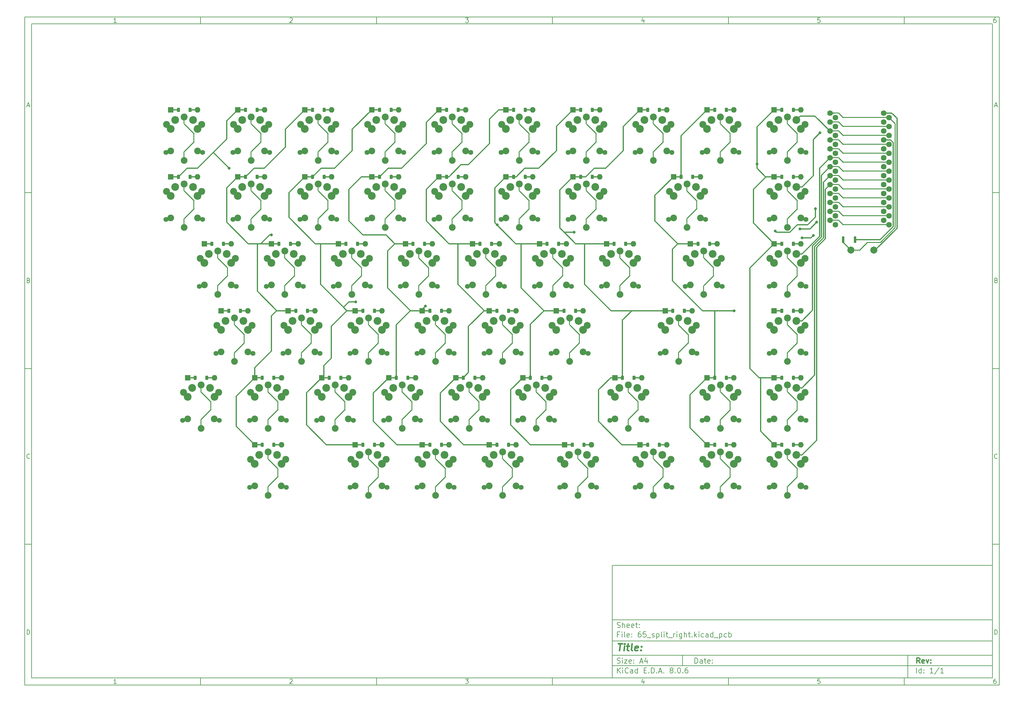
<source format=gbr>
%TF.GenerationSoftware,KiCad,Pcbnew,8.0.6*%
%TF.CreationDate,2025-05-11T12:41:03+09:00*%
%TF.ProjectId,65_split_right,36355f73-706c-4697-945f-72696768742e,rev?*%
%TF.SameCoordinates,PXf7b735cPY2136a30*%
%TF.FileFunction,Copper,L2,Bot*%
%TF.FilePolarity,Positive*%
%FSLAX46Y46*%
G04 Gerber Fmt 4.6, Leading zero omitted, Abs format (unit mm)*
G04 Created by KiCad (PCBNEW 8.0.6) date 2025-05-11 12:41:03*
%MOMM*%
%LPD*%
G01*
G04 APERTURE LIST*
G04 Aperture macros list*
%AMRoundRect*
0 Rectangle with rounded corners*
0 $1 Rounding radius*
0 $2 $3 $4 $5 $6 $7 $8 $9 X,Y pos of 4 corners*
0 Add a 4 corners polygon primitive as box body*
4,1,4,$2,$3,$4,$5,$6,$7,$8,$9,$2,$3,0*
0 Add four circle primitives for the rounded corners*
1,1,$1+$1,$2,$3*
1,1,$1+$1,$4,$5*
1,1,$1+$1,$6,$7*
1,1,$1+$1,$8,$9*
0 Add four rect primitives between the rounded corners*
20,1,$1+$1,$2,$3,$4,$5,0*
20,1,$1+$1,$4,$5,$6,$7,0*
20,1,$1+$1,$6,$7,$8,$9,0*
20,1,$1+$1,$8,$9,$2,$3,0*%
G04 Aperture macros list end*
%ADD10C,0.100000*%
%ADD11C,0.150000*%
%ADD12C,0.300000*%
%ADD13C,0.400000*%
%TA.AperFunction,ComponentPad*%
%ADD14C,2.200000*%
%TD*%
%TA.AperFunction,SMDPad,CuDef*%
%ADD15RoundRect,0.126998X-0.000010X-0.889001X0.000010X-0.889001X0.000010X0.889001X-0.000010X0.889001X0*%
%TD*%
%TA.AperFunction,ComponentPad*%
%ADD16C,1.970000*%
%TD*%
%TA.AperFunction,SMDPad,CuDef*%
%ADD17RoundRect,0.126997X-0.000010X-0.842747X0.000010X-0.842747X0.000010X0.842747X-0.000010X0.842747X0*%
%TD*%
%TA.AperFunction,ComponentPad*%
%ADD18C,1.900000*%
%TD*%
%TA.AperFunction,SMDPad,CuDef*%
%ADD19RoundRect,0.127000X-1.392993X1.393007X-1.393007X1.392993X1.392993X-1.393007X1.393007X-1.392993X0*%
%TD*%
%TA.AperFunction,SMDPad,CuDef*%
%ADD20RoundRect,0.127000X-1.393007X-1.392993X-1.392993X-1.393007X1.393007X1.392993X1.392993X1.393007X0*%
%TD*%
%TA.AperFunction,SMDPad,CuDef*%
%ADD21RoundRect,0.127000X-0.000010X-1.143000X0.000010X-1.143000X0.000010X1.143000X-0.000010X1.143000X0*%
%TD*%
%TA.AperFunction,ComponentPad*%
%ADD22R,1.600000X1.600000*%
%TD*%
%TA.AperFunction,SMDPad,CuDef*%
%ADD23RoundRect,0.041667X-0.625080X0.085333X-0.625080X-0.085333X0.625080X-0.085333X0.625080X0.085333X0*%
%TD*%
%TA.AperFunction,SMDPad,CuDef*%
%ADD24RoundRect,0.225000X0.225000X0.375000X-0.225000X0.375000X-0.225000X-0.375000X0.225000X-0.375000X0*%
%TD*%
%TA.AperFunction,ComponentPad*%
%ADD25C,1.400000*%
%TD*%
%TA.AperFunction,ComponentPad*%
%ADD26O,1.600000X1.600000*%
%TD*%
%TA.AperFunction,SMDPad,CuDef*%
%ADD27RoundRect,0.126994X-0.952506X0.000010X-0.952506X-0.000010X0.952506X-0.000010X0.952506X0.000010X0*%
%TD*%
%TA.AperFunction,ComponentPad*%
%ADD28C,1.600000*%
%TD*%
%TA.AperFunction,SMDPad,CuDef*%
%ADD29RoundRect,0.127000X-0.634975X0.634989X-0.634989X0.634975X0.634975X-0.634989X0.634989X-0.634975X0*%
%TD*%
%TA.AperFunction,SMDPad,CuDef*%
%ADD30RoundRect,0.126996X-6.603501X0.000010X-6.603501X-0.000010X6.603501X-0.000010X6.603501X0.000010X0*%
%TD*%
%TA.AperFunction,ComponentPad*%
%ADD31C,2.000000*%
%TD*%
%TA.AperFunction,SMDPad,CuDef*%
%ADD32RoundRect,0.170000X0.170000X0.780000X-0.170000X0.780000X-0.170000X-0.780000X0.170000X-0.780000X0*%
%TD*%
%TA.AperFunction,ComponentPad*%
%ADD33C,0.700000*%
%TD*%
%TA.AperFunction,ViaPad*%
%ADD34C,0.800000*%
%TD*%
%TA.AperFunction,Conductor*%
%ADD35C,0.300000*%
%TD*%
%TA.AperFunction,Conductor*%
%ADD36C,0.250000*%
%TD*%
G04 APERTURE END LIST*
D10*
D11*
X-82746500Y-131180400D02*
X25253500Y-131180400D01*
X25253500Y-163180400D01*
X-82746500Y-163180400D01*
X-82746500Y-131180400D01*
D10*
D11*
X-249748700Y24826800D02*
X27253500Y24826800D01*
X27253500Y-165180400D01*
X-249748700Y-165180400D01*
X-249748700Y24826800D01*
D10*
D11*
X-247748700Y22826800D02*
X25253500Y22826800D01*
X25253500Y-163180400D01*
X-247748700Y-163180400D01*
X-247748700Y22826800D01*
D10*
D11*
X-199748700Y22826800D02*
X-199748700Y24826800D01*
D10*
D11*
X-149748700Y22826800D02*
X-149748700Y24826800D01*
D10*
D11*
X-99748700Y22826800D02*
X-99748700Y24826800D01*
D10*
D11*
X-49748700Y22826800D02*
X-49748700Y24826800D01*
D10*
D11*
X251300Y22826800D02*
X251300Y24826800D01*
D10*
D11*
X-223659540Y23233196D02*
X-224402397Y23233196D01*
X-224030969Y23233196D02*
X-224030969Y24533196D01*
X-224030969Y24533196D02*
X-224154778Y24347481D01*
X-224154778Y24347481D02*
X-224278588Y24223672D01*
X-224278588Y24223672D02*
X-224402397Y24161767D01*
D10*
D11*
X-174402397Y24409386D02*
X-174340493Y24471291D01*
X-174340493Y24471291D02*
X-174216683Y24533196D01*
X-174216683Y24533196D02*
X-173907159Y24533196D01*
X-173907159Y24533196D02*
X-173783350Y24471291D01*
X-173783350Y24471291D02*
X-173721445Y24409386D01*
X-173721445Y24409386D02*
X-173659540Y24285577D01*
X-173659540Y24285577D02*
X-173659540Y24161767D01*
X-173659540Y24161767D02*
X-173721445Y23976053D01*
X-173721445Y23976053D02*
X-174464302Y23233196D01*
X-174464302Y23233196D02*
X-173659540Y23233196D01*
D10*
D11*
X-124464302Y24533196D02*
X-123659540Y24533196D01*
X-123659540Y24533196D02*
X-124092874Y24037958D01*
X-124092874Y24037958D02*
X-123907159Y24037958D01*
X-123907159Y24037958D02*
X-123783350Y23976053D01*
X-123783350Y23976053D02*
X-123721445Y23914148D01*
X-123721445Y23914148D02*
X-123659540Y23790339D01*
X-123659540Y23790339D02*
X-123659540Y23480815D01*
X-123659540Y23480815D02*
X-123721445Y23357005D01*
X-123721445Y23357005D02*
X-123783350Y23295100D01*
X-123783350Y23295100D02*
X-123907159Y23233196D01*
X-123907159Y23233196D02*
X-124278588Y23233196D01*
X-124278588Y23233196D02*
X-124402397Y23295100D01*
X-124402397Y23295100D02*
X-124464302Y23357005D01*
D10*
D11*
X-73783350Y24099862D02*
X-73783350Y23233196D01*
X-74092874Y24595100D02*
X-74402397Y23666529D01*
X-74402397Y23666529D02*
X-73597636Y23666529D01*
D10*
D11*
X-23721445Y24533196D02*
X-24340493Y24533196D01*
X-24340493Y24533196D02*
X-24402397Y23914148D01*
X-24402397Y23914148D02*
X-24340493Y23976053D01*
X-24340493Y23976053D02*
X-24216683Y24037958D01*
X-24216683Y24037958D02*
X-23907159Y24037958D01*
X-23907159Y24037958D02*
X-23783350Y23976053D01*
X-23783350Y23976053D02*
X-23721445Y23914148D01*
X-23721445Y23914148D02*
X-23659540Y23790339D01*
X-23659540Y23790339D02*
X-23659540Y23480815D01*
X-23659540Y23480815D02*
X-23721445Y23357005D01*
X-23721445Y23357005D02*
X-23783350Y23295100D01*
X-23783350Y23295100D02*
X-23907159Y23233196D01*
X-23907159Y23233196D02*
X-24216683Y23233196D01*
X-24216683Y23233196D02*
X-24340493Y23295100D01*
X-24340493Y23295100D02*
X-24402397Y23357005D01*
D10*
D11*
X26216650Y24533196D02*
X25969031Y24533196D01*
X25969031Y24533196D02*
X25845222Y24471291D01*
X25845222Y24471291D02*
X25783317Y24409386D01*
X25783317Y24409386D02*
X25659507Y24223672D01*
X25659507Y24223672D02*
X25597603Y23976053D01*
X25597603Y23976053D02*
X25597603Y23480815D01*
X25597603Y23480815D02*
X25659507Y23357005D01*
X25659507Y23357005D02*
X25721412Y23295100D01*
X25721412Y23295100D02*
X25845222Y23233196D01*
X25845222Y23233196D02*
X26092841Y23233196D01*
X26092841Y23233196D02*
X26216650Y23295100D01*
X26216650Y23295100D02*
X26278555Y23357005D01*
X26278555Y23357005D02*
X26340460Y23480815D01*
X26340460Y23480815D02*
X26340460Y23790339D01*
X26340460Y23790339D02*
X26278555Y23914148D01*
X26278555Y23914148D02*
X26216650Y23976053D01*
X26216650Y23976053D02*
X26092841Y24037958D01*
X26092841Y24037958D02*
X25845222Y24037958D01*
X25845222Y24037958D02*
X25721412Y23976053D01*
X25721412Y23976053D02*
X25659507Y23914148D01*
X25659507Y23914148D02*
X25597603Y23790339D01*
D10*
D11*
X-199748700Y-163180400D02*
X-199748700Y-165180400D01*
D10*
D11*
X-149748700Y-163180400D02*
X-149748700Y-165180400D01*
D10*
D11*
X-99748700Y-163180400D02*
X-99748700Y-165180400D01*
D10*
D11*
X-49748700Y-163180400D02*
X-49748700Y-165180400D01*
D10*
D11*
X251300Y-163180400D02*
X251300Y-165180400D01*
D10*
D11*
X-223659540Y-164774004D02*
X-224402397Y-164774004D01*
X-224030969Y-164774004D02*
X-224030969Y-163474004D01*
X-224030969Y-163474004D02*
X-224154778Y-163659719D01*
X-224154778Y-163659719D02*
X-224278588Y-163783528D01*
X-224278588Y-163783528D02*
X-224402397Y-163845433D01*
D10*
D11*
X-174402397Y-163597814D02*
X-174340493Y-163535909D01*
X-174340493Y-163535909D02*
X-174216683Y-163474004D01*
X-174216683Y-163474004D02*
X-173907159Y-163474004D01*
X-173907159Y-163474004D02*
X-173783350Y-163535909D01*
X-173783350Y-163535909D02*
X-173721445Y-163597814D01*
X-173721445Y-163597814D02*
X-173659540Y-163721623D01*
X-173659540Y-163721623D02*
X-173659540Y-163845433D01*
X-173659540Y-163845433D02*
X-173721445Y-164031147D01*
X-173721445Y-164031147D02*
X-174464302Y-164774004D01*
X-174464302Y-164774004D02*
X-173659540Y-164774004D01*
D10*
D11*
X-124464302Y-163474004D02*
X-123659540Y-163474004D01*
X-123659540Y-163474004D02*
X-124092874Y-163969242D01*
X-124092874Y-163969242D02*
X-123907159Y-163969242D01*
X-123907159Y-163969242D02*
X-123783350Y-164031147D01*
X-123783350Y-164031147D02*
X-123721445Y-164093052D01*
X-123721445Y-164093052D02*
X-123659540Y-164216861D01*
X-123659540Y-164216861D02*
X-123659540Y-164526385D01*
X-123659540Y-164526385D02*
X-123721445Y-164650195D01*
X-123721445Y-164650195D02*
X-123783350Y-164712100D01*
X-123783350Y-164712100D02*
X-123907159Y-164774004D01*
X-123907159Y-164774004D02*
X-124278588Y-164774004D01*
X-124278588Y-164774004D02*
X-124402397Y-164712100D01*
X-124402397Y-164712100D02*
X-124464302Y-164650195D01*
D10*
D11*
X-73783350Y-163907338D02*
X-73783350Y-164774004D01*
X-74092874Y-163412100D02*
X-74402397Y-164340671D01*
X-74402397Y-164340671D02*
X-73597636Y-164340671D01*
D10*
D11*
X-23721445Y-163474004D02*
X-24340493Y-163474004D01*
X-24340493Y-163474004D02*
X-24402397Y-164093052D01*
X-24402397Y-164093052D02*
X-24340493Y-164031147D01*
X-24340493Y-164031147D02*
X-24216683Y-163969242D01*
X-24216683Y-163969242D02*
X-23907159Y-163969242D01*
X-23907159Y-163969242D02*
X-23783350Y-164031147D01*
X-23783350Y-164031147D02*
X-23721445Y-164093052D01*
X-23721445Y-164093052D02*
X-23659540Y-164216861D01*
X-23659540Y-164216861D02*
X-23659540Y-164526385D01*
X-23659540Y-164526385D02*
X-23721445Y-164650195D01*
X-23721445Y-164650195D02*
X-23783350Y-164712100D01*
X-23783350Y-164712100D02*
X-23907159Y-164774004D01*
X-23907159Y-164774004D02*
X-24216683Y-164774004D01*
X-24216683Y-164774004D02*
X-24340493Y-164712100D01*
X-24340493Y-164712100D02*
X-24402397Y-164650195D01*
D10*
D11*
X26216650Y-163474004D02*
X25969031Y-163474004D01*
X25969031Y-163474004D02*
X25845222Y-163535909D01*
X25845222Y-163535909D02*
X25783317Y-163597814D01*
X25783317Y-163597814D02*
X25659507Y-163783528D01*
X25659507Y-163783528D02*
X25597603Y-164031147D01*
X25597603Y-164031147D02*
X25597603Y-164526385D01*
X25597603Y-164526385D02*
X25659507Y-164650195D01*
X25659507Y-164650195D02*
X25721412Y-164712100D01*
X25721412Y-164712100D02*
X25845222Y-164774004D01*
X25845222Y-164774004D02*
X26092841Y-164774004D01*
X26092841Y-164774004D02*
X26216650Y-164712100D01*
X26216650Y-164712100D02*
X26278555Y-164650195D01*
X26278555Y-164650195D02*
X26340460Y-164526385D01*
X26340460Y-164526385D02*
X26340460Y-164216861D01*
X26340460Y-164216861D02*
X26278555Y-164093052D01*
X26278555Y-164093052D02*
X26216650Y-164031147D01*
X26216650Y-164031147D02*
X26092841Y-163969242D01*
X26092841Y-163969242D02*
X25845222Y-163969242D01*
X25845222Y-163969242D02*
X25721412Y-164031147D01*
X25721412Y-164031147D02*
X25659507Y-164093052D01*
X25659507Y-164093052D02*
X25597603Y-164216861D01*
D10*
D11*
X-249748700Y-25173200D02*
X-247748700Y-25173200D01*
D10*
D11*
X-249748700Y-75173200D02*
X-247748700Y-75173200D01*
D10*
D11*
X-249748700Y-125173200D02*
X-247748700Y-125173200D01*
D10*
D11*
X-249058224Y-395376D02*
X-248439177Y-395376D01*
X-249182034Y-766804D02*
X-248748701Y533196D01*
X-248748701Y533196D02*
X-248315367Y-766804D01*
D10*
D11*
X-248655843Y-50085852D02*
X-248470129Y-50147757D01*
X-248470129Y-50147757D02*
X-248408224Y-50209661D01*
X-248408224Y-50209661D02*
X-248346320Y-50333471D01*
X-248346320Y-50333471D02*
X-248346320Y-50519185D01*
X-248346320Y-50519185D02*
X-248408224Y-50642995D01*
X-248408224Y-50642995D02*
X-248470129Y-50704900D01*
X-248470129Y-50704900D02*
X-248593939Y-50766804D01*
X-248593939Y-50766804D02*
X-249089177Y-50766804D01*
X-249089177Y-50766804D02*
X-249089177Y-49466804D01*
X-249089177Y-49466804D02*
X-248655843Y-49466804D01*
X-248655843Y-49466804D02*
X-248532034Y-49528709D01*
X-248532034Y-49528709D02*
X-248470129Y-49590614D01*
X-248470129Y-49590614D02*
X-248408224Y-49714423D01*
X-248408224Y-49714423D02*
X-248408224Y-49838233D01*
X-248408224Y-49838233D02*
X-248470129Y-49962042D01*
X-248470129Y-49962042D02*
X-248532034Y-50023947D01*
X-248532034Y-50023947D02*
X-248655843Y-50085852D01*
X-248655843Y-50085852D02*
X-249089177Y-50085852D01*
D10*
D11*
X-248346320Y-100642995D02*
X-248408224Y-100704900D01*
X-248408224Y-100704900D02*
X-248593939Y-100766804D01*
X-248593939Y-100766804D02*
X-248717748Y-100766804D01*
X-248717748Y-100766804D02*
X-248903462Y-100704900D01*
X-248903462Y-100704900D02*
X-249027272Y-100581090D01*
X-249027272Y-100581090D02*
X-249089177Y-100457280D01*
X-249089177Y-100457280D02*
X-249151081Y-100209661D01*
X-249151081Y-100209661D02*
X-249151081Y-100023947D01*
X-249151081Y-100023947D02*
X-249089177Y-99776328D01*
X-249089177Y-99776328D02*
X-249027272Y-99652519D01*
X-249027272Y-99652519D02*
X-248903462Y-99528709D01*
X-248903462Y-99528709D02*
X-248717748Y-99466804D01*
X-248717748Y-99466804D02*
X-248593939Y-99466804D01*
X-248593939Y-99466804D02*
X-248408224Y-99528709D01*
X-248408224Y-99528709D02*
X-248346320Y-99590614D01*
D10*
D11*
X-249089177Y-150766804D02*
X-249089177Y-149466804D01*
X-249089177Y-149466804D02*
X-248779653Y-149466804D01*
X-248779653Y-149466804D02*
X-248593939Y-149528709D01*
X-248593939Y-149528709D02*
X-248470129Y-149652519D01*
X-248470129Y-149652519D02*
X-248408224Y-149776328D01*
X-248408224Y-149776328D02*
X-248346320Y-150023947D01*
X-248346320Y-150023947D02*
X-248346320Y-150209661D01*
X-248346320Y-150209661D02*
X-248408224Y-150457280D01*
X-248408224Y-150457280D02*
X-248470129Y-150581090D01*
X-248470129Y-150581090D02*
X-248593939Y-150704900D01*
X-248593939Y-150704900D02*
X-248779653Y-150766804D01*
X-248779653Y-150766804D02*
X-249089177Y-150766804D01*
D10*
D11*
X27253500Y-25173200D02*
X25253500Y-25173200D01*
D10*
D11*
X27253500Y-75173200D02*
X25253500Y-75173200D01*
D10*
D11*
X27253500Y-125173200D02*
X25253500Y-125173200D01*
D10*
D11*
X25943976Y-395376D02*
X26563023Y-395376D01*
X25820166Y-766804D02*
X26253499Y533196D01*
X26253499Y533196D02*
X26686833Y-766804D01*
D10*
D11*
X26346357Y-50085852D02*
X26532071Y-50147757D01*
X26532071Y-50147757D02*
X26593976Y-50209661D01*
X26593976Y-50209661D02*
X26655880Y-50333471D01*
X26655880Y-50333471D02*
X26655880Y-50519185D01*
X26655880Y-50519185D02*
X26593976Y-50642995D01*
X26593976Y-50642995D02*
X26532071Y-50704900D01*
X26532071Y-50704900D02*
X26408261Y-50766804D01*
X26408261Y-50766804D02*
X25913023Y-50766804D01*
X25913023Y-50766804D02*
X25913023Y-49466804D01*
X25913023Y-49466804D02*
X26346357Y-49466804D01*
X26346357Y-49466804D02*
X26470166Y-49528709D01*
X26470166Y-49528709D02*
X26532071Y-49590614D01*
X26532071Y-49590614D02*
X26593976Y-49714423D01*
X26593976Y-49714423D02*
X26593976Y-49838233D01*
X26593976Y-49838233D02*
X26532071Y-49962042D01*
X26532071Y-49962042D02*
X26470166Y-50023947D01*
X26470166Y-50023947D02*
X26346357Y-50085852D01*
X26346357Y-50085852D02*
X25913023Y-50085852D01*
D10*
D11*
X26655880Y-100642995D02*
X26593976Y-100704900D01*
X26593976Y-100704900D02*
X26408261Y-100766804D01*
X26408261Y-100766804D02*
X26284452Y-100766804D01*
X26284452Y-100766804D02*
X26098738Y-100704900D01*
X26098738Y-100704900D02*
X25974928Y-100581090D01*
X25974928Y-100581090D02*
X25913023Y-100457280D01*
X25913023Y-100457280D02*
X25851119Y-100209661D01*
X25851119Y-100209661D02*
X25851119Y-100023947D01*
X25851119Y-100023947D02*
X25913023Y-99776328D01*
X25913023Y-99776328D02*
X25974928Y-99652519D01*
X25974928Y-99652519D02*
X26098738Y-99528709D01*
X26098738Y-99528709D02*
X26284452Y-99466804D01*
X26284452Y-99466804D02*
X26408261Y-99466804D01*
X26408261Y-99466804D02*
X26593976Y-99528709D01*
X26593976Y-99528709D02*
X26655880Y-99590614D01*
D10*
D11*
X25913023Y-150766804D02*
X25913023Y-149466804D01*
X25913023Y-149466804D02*
X26222547Y-149466804D01*
X26222547Y-149466804D02*
X26408261Y-149528709D01*
X26408261Y-149528709D02*
X26532071Y-149652519D01*
X26532071Y-149652519D02*
X26593976Y-149776328D01*
X26593976Y-149776328D02*
X26655880Y-150023947D01*
X26655880Y-150023947D02*
X26655880Y-150209661D01*
X26655880Y-150209661D02*
X26593976Y-150457280D01*
X26593976Y-150457280D02*
X26532071Y-150581090D01*
X26532071Y-150581090D02*
X26408261Y-150704900D01*
X26408261Y-150704900D02*
X26222547Y-150766804D01*
X26222547Y-150766804D02*
X25913023Y-150766804D01*
D10*
D11*
X-59290674Y-158966528D02*
X-59290674Y-157466528D01*
X-59290674Y-157466528D02*
X-58933531Y-157466528D01*
X-58933531Y-157466528D02*
X-58719245Y-157537957D01*
X-58719245Y-157537957D02*
X-58576388Y-157680814D01*
X-58576388Y-157680814D02*
X-58504959Y-157823671D01*
X-58504959Y-157823671D02*
X-58433531Y-158109385D01*
X-58433531Y-158109385D02*
X-58433531Y-158323671D01*
X-58433531Y-158323671D02*
X-58504959Y-158609385D01*
X-58504959Y-158609385D02*
X-58576388Y-158752242D01*
X-58576388Y-158752242D02*
X-58719245Y-158895100D01*
X-58719245Y-158895100D02*
X-58933531Y-158966528D01*
X-58933531Y-158966528D02*
X-59290674Y-158966528D01*
X-57147816Y-158966528D02*
X-57147816Y-158180814D01*
X-57147816Y-158180814D02*
X-57219245Y-158037957D01*
X-57219245Y-158037957D02*
X-57362102Y-157966528D01*
X-57362102Y-157966528D02*
X-57647816Y-157966528D01*
X-57647816Y-157966528D02*
X-57790674Y-158037957D01*
X-57147816Y-158895100D02*
X-57290674Y-158966528D01*
X-57290674Y-158966528D02*
X-57647816Y-158966528D01*
X-57647816Y-158966528D02*
X-57790674Y-158895100D01*
X-57790674Y-158895100D02*
X-57862102Y-158752242D01*
X-57862102Y-158752242D02*
X-57862102Y-158609385D01*
X-57862102Y-158609385D02*
X-57790674Y-158466528D01*
X-57790674Y-158466528D02*
X-57647816Y-158395100D01*
X-57647816Y-158395100D02*
X-57290674Y-158395100D01*
X-57290674Y-158395100D02*
X-57147816Y-158323671D01*
X-56647816Y-157966528D02*
X-56076388Y-157966528D01*
X-56433531Y-157466528D02*
X-56433531Y-158752242D01*
X-56433531Y-158752242D02*
X-56362102Y-158895100D01*
X-56362102Y-158895100D02*
X-56219245Y-158966528D01*
X-56219245Y-158966528D02*
X-56076388Y-158966528D01*
X-55004959Y-158895100D02*
X-55147816Y-158966528D01*
X-55147816Y-158966528D02*
X-55433530Y-158966528D01*
X-55433530Y-158966528D02*
X-55576388Y-158895100D01*
X-55576388Y-158895100D02*
X-55647816Y-158752242D01*
X-55647816Y-158752242D02*
X-55647816Y-158180814D01*
X-55647816Y-158180814D02*
X-55576388Y-158037957D01*
X-55576388Y-158037957D02*
X-55433530Y-157966528D01*
X-55433530Y-157966528D02*
X-55147816Y-157966528D01*
X-55147816Y-157966528D02*
X-55004959Y-158037957D01*
X-55004959Y-158037957D02*
X-54933530Y-158180814D01*
X-54933530Y-158180814D02*
X-54933530Y-158323671D01*
X-54933530Y-158323671D02*
X-55647816Y-158466528D01*
X-54290674Y-158823671D02*
X-54219245Y-158895100D01*
X-54219245Y-158895100D02*
X-54290674Y-158966528D01*
X-54290674Y-158966528D02*
X-54362102Y-158895100D01*
X-54362102Y-158895100D02*
X-54290674Y-158823671D01*
X-54290674Y-158823671D02*
X-54290674Y-158966528D01*
X-54290674Y-158037957D02*
X-54219245Y-158109385D01*
X-54219245Y-158109385D02*
X-54290674Y-158180814D01*
X-54290674Y-158180814D02*
X-54362102Y-158109385D01*
X-54362102Y-158109385D02*
X-54290674Y-158037957D01*
X-54290674Y-158037957D02*
X-54290674Y-158180814D01*
D10*
D11*
X-82746500Y-159680400D02*
X25253500Y-159680400D01*
D10*
D11*
X-81290674Y-161766528D02*
X-81290674Y-160266528D01*
X-80433531Y-161766528D02*
X-81076388Y-160909385D01*
X-80433531Y-160266528D02*
X-81290674Y-161123671D01*
X-79790674Y-161766528D02*
X-79790674Y-160766528D01*
X-79790674Y-160266528D02*
X-79862102Y-160337957D01*
X-79862102Y-160337957D02*
X-79790674Y-160409385D01*
X-79790674Y-160409385D02*
X-79719245Y-160337957D01*
X-79719245Y-160337957D02*
X-79790674Y-160266528D01*
X-79790674Y-160266528D02*
X-79790674Y-160409385D01*
X-78219245Y-161623671D02*
X-78290673Y-161695100D01*
X-78290673Y-161695100D02*
X-78504959Y-161766528D01*
X-78504959Y-161766528D02*
X-78647816Y-161766528D01*
X-78647816Y-161766528D02*
X-78862102Y-161695100D01*
X-78862102Y-161695100D02*
X-79004959Y-161552242D01*
X-79004959Y-161552242D02*
X-79076388Y-161409385D01*
X-79076388Y-161409385D02*
X-79147816Y-161123671D01*
X-79147816Y-161123671D02*
X-79147816Y-160909385D01*
X-79147816Y-160909385D02*
X-79076388Y-160623671D01*
X-79076388Y-160623671D02*
X-79004959Y-160480814D01*
X-79004959Y-160480814D02*
X-78862102Y-160337957D01*
X-78862102Y-160337957D02*
X-78647816Y-160266528D01*
X-78647816Y-160266528D02*
X-78504959Y-160266528D01*
X-78504959Y-160266528D02*
X-78290673Y-160337957D01*
X-78290673Y-160337957D02*
X-78219245Y-160409385D01*
X-76933530Y-161766528D02*
X-76933530Y-160980814D01*
X-76933530Y-160980814D02*
X-77004959Y-160837957D01*
X-77004959Y-160837957D02*
X-77147816Y-160766528D01*
X-77147816Y-160766528D02*
X-77433530Y-160766528D01*
X-77433530Y-160766528D02*
X-77576388Y-160837957D01*
X-76933530Y-161695100D02*
X-77076388Y-161766528D01*
X-77076388Y-161766528D02*
X-77433530Y-161766528D01*
X-77433530Y-161766528D02*
X-77576388Y-161695100D01*
X-77576388Y-161695100D02*
X-77647816Y-161552242D01*
X-77647816Y-161552242D02*
X-77647816Y-161409385D01*
X-77647816Y-161409385D02*
X-77576388Y-161266528D01*
X-77576388Y-161266528D02*
X-77433530Y-161195100D01*
X-77433530Y-161195100D02*
X-77076388Y-161195100D01*
X-77076388Y-161195100D02*
X-76933530Y-161123671D01*
X-75576387Y-161766528D02*
X-75576387Y-160266528D01*
X-75576387Y-161695100D02*
X-75719245Y-161766528D01*
X-75719245Y-161766528D02*
X-76004959Y-161766528D01*
X-76004959Y-161766528D02*
X-76147816Y-161695100D01*
X-76147816Y-161695100D02*
X-76219245Y-161623671D01*
X-76219245Y-161623671D02*
X-76290673Y-161480814D01*
X-76290673Y-161480814D02*
X-76290673Y-161052242D01*
X-76290673Y-161052242D02*
X-76219245Y-160909385D01*
X-76219245Y-160909385D02*
X-76147816Y-160837957D01*
X-76147816Y-160837957D02*
X-76004959Y-160766528D01*
X-76004959Y-160766528D02*
X-75719245Y-160766528D01*
X-75719245Y-160766528D02*
X-75576387Y-160837957D01*
X-73719245Y-160980814D02*
X-73219245Y-160980814D01*
X-73004959Y-161766528D02*
X-73719245Y-161766528D01*
X-73719245Y-161766528D02*
X-73719245Y-160266528D01*
X-73719245Y-160266528D02*
X-73004959Y-160266528D01*
X-72362102Y-161623671D02*
X-72290673Y-161695100D01*
X-72290673Y-161695100D02*
X-72362102Y-161766528D01*
X-72362102Y-161766528D02*
X-72433530Y-161695100D01*
X-72433530Y-161695100D02*
X-72362102Y-161623671D01*
X-72362102Y-161623671D02*
X-72362102Y-161766528D01*
X-71647816Y-161766528D02*
X-71647816Y-160266528D01*
X-71647816Y-160266528D02*
X-71290673Y-160266528D01*
X-71290673Y-160266528D02*
X-71076387Y-160337957D01*
X-71076387Y-160337957D02*
X-70933530Y-160480814D01*
X-70933530Y-160480814D02*
X-70862101Y-160623671D01*
X-70862101Y-160623671D02*
X-70790673Y-160909385D01*
X-70790673Y-160909385D02*
X-70790673Y-161123671D01*
X-70790673Y-161123671D02*
X-70862101Y-161409385D01*
X-70862101Y-161409385D02*
X-70933530Y-161552242D01*
X-70933530Y-161552242D02*
X-71076387Y-161695100D01*
X-71076387Y-161695100D02*
X-71290673Y-161766528D01*
X-71290673Y-161766528D02*
X-71647816Y-161766528D01*
X-70147816Y-161623671D02*
X-70076387Y-161695100D01*
X-70076387Y-161695100D02*
X-70147816Y-161766528D01*
X-70147816Y-161766528D02*
X-70219244Y-161695100D01*
X-70219244Y-161695100D02*
X-70147816Y-161623671D01*
X-70147816Y-161623671D02*
X-70147816Y-161766528D01*
X-69504958Y-161337957D02*
X-68790672Y-161337957D01*
X-69647815Y-161766528D02*
X-69147815Y-160266528D01*
X-69147815Y-160266528D02*
X-68647815Y-161766528D01*
X-68147816Y-161623671D02*
X-68076387Y-161695100D01*
X-68076387Y-161695100D02*
X-68147816Y-161766528D01*
X-68147816Y-161766528D02*
X-68219244Y-161695100D01*
X-68219244Y-161695100D02*
X-68147816Y-161623671D01*
X-68147816Y-161623671D02*
X-68147816Y-161766528D01*
X-66076387Y-160909385D02*
X-66219244Y-160837957D01*
X-66219244Y-160837957D02*
X-66290673Y-160766528D01*
X-66290673Y-160766528D02*
X-66362101Y-160623671D01*
X-66362101Y-160623671D02*
X-66362101Y-160552242D01*
X-66362101Y-160552242D02*
X-66290673Y-160409385D01*
X-66290673Y-160409385D02*
X-66219244Y-160337957D01*
X-66219244Y-160337957D02*
X-66076387Y-160266528D01*
X-66076387Y-160266528D02*
X-65790673Y-160266528D01*
X-65790673Y-160266528D02*
X-65647815Y-160337957D01*
X-65647815Y-160337957D02*
X-65576387Y-160409385D01*
X-65576387Y-160409385D02*
X-65504958Y-160552242D01*
X-65504958Y-160552242D02*
X-65504958Y-160623671D01*
X-65504958Y-160623671D02*
X-65576387Y-160766528D01*
X-65576387Y-160766528D02*
X-65647815Y-160837957D01*
X-65647815Y-160837957D02*
X-65790673Y-160909385D01*
X-65790673Y-160909385D02*
X-66076387Y-160909385D01*
X-66076387Y-160909385D02*
X-66219244Y-160980814D01*
X-66219244Y-160980814D02*
X-66290673Y-161052242D01*
X-66290673Y-161052242D02*
X-66362101Y-161195100D01*
X-66362101Y-161195100D02*
X-66362101Y-161480814D01*
X-66362101Y-161480814D02*
X-66290673Y-161623671D01*
X-66290673Y-161623671D02*
X-66219244Y-161695100D01*
X-66219244Y-161695100D02*
X-66076387Y-161766528D01*
X-66076387Y-161766528D02*
X-65790673Y-161766528D01*
X-65790673Y-161766528D02*
X-65647815Y-161695100D01*
X-65647815Y-161695100D02*
X-65576387Y-161623671D01*
X-65576387Y-161623671D02*
X-65504958Y-161480814D01*
X-65504958Y-161480814D02*
X-65504958Y-161195100D01*
X-65504958Y-161195100D02*
X-65576387Y-161052242D01*
X-65576387Y-161052242D02*
X-65647815Y-160980814D01*
X-65647815Y-160980814D02*
X-65790673Y-160909385D01*
X-64862102Y-161623671D02*
X-64790673Y-161695100D01*
X-64790673Y-161695100D02*
X-64862102Y-161766528D01*
X-64862102Y-161766528D02*
X-64933530Y-161695100D01*
X-64933530Y-161695100D02*
X-64862102Y-161623671D01*
X-64862102Y-161623671D02*
X-64862102Y-161766528D01*
X-63862101Y-160266528D02*
X-63719244Y-160266528D01*
X-63719244Y-160266528D02*
X-63576387Y-160337957D01*
X-63576387Y-160337957D02*
X-63504958Y-160409385D01*
X-63504958Y-160409385D02*
X-63433530Y-160552242D01*
X-63433530Y-160552242D02*
X-63362101Y-160837957D01*
X-63362101Y-160837957D02*
X-63362101Y-161195100D01*
X-63362101Y-161195100D02*
X-63433530Y-161480814D01*
X-63433530Y-161480814D02*
X-63504958Y-161623671D01*
X-63504958Y-161623671D02*
X-63576387Y-161695100D01*
X-63576387Y-161695100D02*
X-63719244Y-161766528D01*
X-63719244Y-161766528D02*
X-63862101Y-161766528D01*
X-63862101Y-161766528D02*
X-64004958Y-161695100D01*
X-64004958Y-161695100D02*
X-64076387Y-161623671D01*
X-64076387Y-161623671D02*
X-64147816Y-161480814D01*
X-64147816Y-161480814D02*
X-64219244Y-161195100D01*
X-64219244Y-161195100D02*
X-64219244Y-160837957D01*
X-64219244Y-160837957D02*
X-64147816Y-160552242D01*
X-64147816Y-160552242D02*
X-64076387Y-160409385D01*
X-64076387Y-160409385D02*
X-64004958Y-160337957D01*
X-64004958Y-160337957D02*
X-63862101Y-160266528D01*
X-62719245Y-161623671D02*
X-62647816Y-161695100D01*
X-62647816Y-161695100D02*
X-62719245Y-161766528D01*
X-62719245Y-161766528D02*
X-62790673Y-161695100D01*
X-62790673Y-161695100D02*
X-62719245Y-161623671D01*
X-62719245Y-161623671D02*
X-62719245Y-161766528D01*
X-61362101Y-160266528D02*
X-61647816Y-160266528D01*
X-61647816Y-160266528D02*
X-61790673Y-160337957D01*
X-61790673Y-160337957D02*
X-61862101Y-160409385D01*
X-61862101Y-160409385D02*
X-62004959Y-160623671D01*
X-62004959Y-160623671D02*
X-62076387Y-160909385D01*
X-62076387Y-160909385D02*
X-62076387Y-161480814D01*
X-62076387Y-161480814D02*
X-62004959Y-161623671D01*
X-62004959Y-161623671D02*
X-61933530Y-161695100D01*
X-61933530Y-161695100D02*
X-61790673Y-161766528D01*
X-61790673Y-161766528D02*
X-61504959Y-161766528D01*
X-61504959Y-161766528D02*
X-61362101Y-161695100D01*
X-61362101Y-161695100D02*
X-61290673Y-161623671D01*
X-61290673Y-161623671D02*
X-61219244Y-161480814D01*
X-61219244Y-161480814D02*
X-61219244Y-161123671D01*
X-61219244Y-161123671D02*
X-61290673Y-160980814D01*
X-61290673Y-160980814D02*
X-61362101Y-160909385D01*
X-61362101Y-160909385D02*
X-61504959Y-160837957D01*
X-61504959Y-160837957D02*
X-61790673Y-160837957D01*
X-61790673Y-160837957D02*
X-61933530Y-160909385D01*
X-61933530Y-160909385D02*
X-62004959Y-160980814D01*
X-62004959Y-160980814D02*
X-62076387Y-161123671D01*
D10*
D11*
X-82746500Y-156680400D02*
X25253500Y-156680400D01*
D10*
D12*
X4665153Y-158958728D02*
X4165153Y-158244442D01*
X3808010Y-158958728D02*
X3808010Y-157458728D01*
X3808010Y-157458728D02*
X4379439Y-157458728D01*
X4379439Y-157458728D02*
X4522296Y-157530157D01*
X4522296Y-157530157D02*
X4593725Y-157601585D01*
X4593725Y-157601585D02*
X4665153Y-157744442D01*
X4665153Y-157744442D02*
X4665153Y-157958728D01*
X4665153Y-157958728D02*
X4593725Y-158101585D01*
X4593725Y-158101585D02*
X4522296Y-158173014D01*
X4522296Y-158173014D02*
X4379439Y-158244442D01*
X4379439Y-158244442D02*
X3808010Y-158244442D01*
X5879439Y-158887300D02*
X5736582Y-158958728D01*
X5736582Y-158958728D02*
X5450868Y-158958728D01*
X5450868Y-158958728D02*
X5308010Y-158887300D01*
X5308010Y-158887300D02*
X5236582Y-158744442D01*
X5236582Y-158744442D02*
X5236582Y-158173014D01*
X5236582Y-158173014D02*
X5308010Y-158030157D01*
X5308010Y-158030157D02*
X5450868Y-157958728D01*
X5450868Y-157958728D02*
X5736582Y-157958728D01*
X5736582Y-157958728D02*
X5879439Y-158030157D01*
X5879439Y-158030157D02*
X5950868Y-158173014D01*
X5950868Y-158173014D02*
X5950868Y-158315871D01*
X5950868Y-158315871D02*
X5236582Y-158458728D01*
X6450867Y-157958728D02*
X6808010Y-158958728D01*
X6808010Y-158958728D02*
X7165153Y-157958728D01*
X7736581Y-158815871D02*
X7808010Y-158887300D01*
X7808010Y-158887300D02*
X7736581Y-158958728D01*
X7736581Y-158958728D02*
X7665153Y-158887300D01*
X7665153Y-158887300D02*
X7736581Y-158815871D01*
X7736581Y-158815871D02*
X7736581Y-158958728D01*
X7736581Y-158030157D02*
X7808010Y-158101585D01*
X7808010Y-158101585D02*
X7736581Y-158173014D01*
X7736581Y-158173014D02*
X7665153Y-158101585D01*
X7665153Y-158101585D02*
X7736581Y-158030157D01*
X7736581Y-158030157D02*
X7736581Y-158173014D01*
D10*
D11*
X-81362102Y-158895100D02*
X-81147816Y-158966528D01*
X-81147816Y-158966528D02*
X-80790674Y-158966528D01*
X-80790674Y-158966528D02*
X-80647816Y-158895100D01*
X-80647816Y-158895100D02*
X-80576388Y-158823671D01*
X-80576388Y-158823671D02*
X-80504959Y-158680814D01*
X-80504959Y-158680814D02*
X-80504959Y-158537957D01*
X-80504959Y-158537957D02*
X-80576388Y-158395100D01*
X-80576388Y-158395100D02*
X-80647816Y-158323671D01*
X-80647816Y-158323671D02*
X-80790674Y-158252242D01*
X-80790674Y-158252242D02*
X-81076388Y-158180814D01*
X-81076388Y-158180814D02*
X-81219245Y-158109385D01*
X-81219245Y-158109385D02*
X-81290674Y-158037957D01*
X-81290674Y-158037957D02*
X-81362102Y-157895100D01*
X-81362102Y-157895100D02*
X-81362102Y-157752242D01*
X-81362102Y-157752242D02*
X-81290674Y-157609385D01*
X-81290674Y-157609385D02*
X-81219245Y-157537957D01*
X-81219245Y-157537957D02*
X-81076388Y-157466528D01*
X-81076388Y-157466528D02*
X-80719245Y-157466528D01*
X-80719245Y-157466528D02*
X-80504959Y-157537957D01*
X-79862103Y-158966528D02*
X-79862103Y-157966528D01*
X-79862103Y-157466528D02*
X-79933531Y-157537957D01*
X-79933531Y-157537957D02*
X-79862103Y-157609385D01*
X-79862103Y-157609385D02*
X-79790674Y-157537957D01*
X-79790674Y-157537957D02*
X-79862103Y-157466528D01*
X-79862103Y-157466528D02*
X-79862103Y-157609385D01*
X-79290674Y-157966528D02*
X-78504959Y-157966528D01*
X-78504959Y-157966528D02*
X-79290674Y-158966528D01*
X-79290674Y-158966528D02*
X-78504959Y-158966528D01*
X-77362102Y-158895100D02*
X-77504959Y-158966528D01*
X-77504959Y-158966528D02*
X-77790673Y-158966528D01*
X-77790673Y-158966528D02*
X-77933531Y-158895100D01*
X-77933531Y-158895100D02*
X-78004959Y-158752242D01*
X-78004959Y-158752242D02*
X-78004959Y-158180814D01*
X-78004959Y-158180814D02*
X-77933531Y-158037957D01*
X-77933531Y-158037957D02*
X-77790673Y-157966528D01*
X-77790673Y-157966528D02*
X-77504959Y-157966528D01*
X-77504959Y-157966528D02*
X-77362102Y-158037957D01*
X-77362102Y-158037957D02*
X-77290673Y-158180814D01*
X-77290673Y-158180814D02*
X-77290673Y-158323671D01*
X-77290673Y-158323671D02*
X-78004959Y-158466528D01*
X-76647817Y-158823671D02*
X-76576388Y-158895100D01*
X-76576388Y-158895100D02*
X-76647817Y-158966528D01*
X-76647817Y-158966528D02*
X-76719245Y-158895100D01*
X-76719245Y-158895100D02*
X-76647817Y-158823671D01*
X-76647817Y-158823671D02*
X-76647817Y-158966528D01*
X-76647817Y-158037957D02*
X-76576388Y-158109385D01*
X-76576388Y-158109385D02*
X-76647817Y-158180814D01*
X-76647817Y-158180814D02*
X-76719245Y-158109385D01*
X-76719245Y-158109385D02*
X-76647817Y-158037957D01*
X-76647817Y-158037957D02*
X-76647817Y-158180814D01*
X-74862102Y-158537957D02*
X-74147816Y-158537957D01*
X-75004959Y-158966528D02*
X-74504959Y-157466528D01*
X-74504959Y-157466528D02*
X-74004959Y-158966528D01*
X-72862102Y-157966528D02*
X-72862102Y-158966528D01*
X-73219245Y-157395100D02*
X-73576388Y-158466528D01*
X-73576388Y-158466528D02*
X-72647817Y-158466528D01*
D10*
D11*
X3709326Y-161766528D02*
X3709326Y-160266528D01*
X5066470Y-161766528D02*
X5066470Y-160266528D01*
X5066470Y-161695100D02*
X4923612Y-161766528D01*
X4923612Y-161766528D02*
X4637898Y-161766528D01*
X4637898Y-161766528D02*
X4495041Y-161695100D01*
X4495041Y-161695100D02*
X4423612Y-161623671D01*
X4423612Y-161623671D02*
X4352184Y-161480814D01*
X4352184Y-161480814D02*
X4352184Y-161052242D01*
X4352184Y-161052242D02*
X4423612Y-160909385D01*
X4423612Y-160909385D02*
X4495041Y-160837957D01*
X4495041Y-160837957D02*
X4637898Y-160766528D01*
X4637898Y-160766528D02*
X4923612Y-160766528D01*
X4923612Y-160766528D02*
X5066470Y-160837957D01*
X5780755Y-161623671D02*
X5852184Y-161695100D01*
X5852184Y-161695100D02*
X5780755Y-161766528D01*
X5780755Y-161766528D02*
X5709327Y-161695100D01*
X5709327Y-161695100D02*
X5780755Y-161623671D01*
X5780755Y-161623671D02*
X5780755Y-161766528D01*
X5780755Y-160837957D02*
X5852184Y-160909385D01*
X5852184Y-160909385D02*
X5780755Y-160980814D01*
X5780755Y-160980814D02*
X5709327Y-160909385D01*
X5709327Y-160909385D02*
X5780755Y-160837957D01*
X5780755Y-160837957D02*
X5780755Y-160980814D01*
X8423613Y-161766528D02*
X7566470Y-161766528D01*
X7995041Y-161766528D02*
X7995041Y-160266528D01*
X7995041Y-160266528D02*
X7852184Y-160480814D01*
X7852184Y-160480814D02*
X7709327Y-160623671D01*
X7709327Y-160623671D02*
X7566470Y-160695100D01*
X10137898Y-160195100D02*
X8852184Y-162123671D01*
X11423613Y-161766528D02*
X10566470Y-161766528D01*
X10995041Y-161766528D02*
X10995041Y-160266528D01*
X10995041Y-160266528D02*
X10852184Y-160480814D01*
X10852184Y-160480814D02*
X10709327Y-160623671D01*
X10709327Y-160623671D02*
X10566470Y-160695100D01*
D10*
D11*
X-82746500Y-152680400D02*
X25253500Y-152680400D01*
D10*
D13*
X-81054772Y-153384838D02*
X-79911915Y-153384838D01*
X-80733343Y-155384838D02*
X-80483343Y-153384838D01*
X-79495248Y-155384838D02*
X-79328581Y-154051504D01*
X-79245248Y-153384838D02*
X-79352391Y-153480076D01*
X-79352391Y-153480076D02*
X-79269057Y-153575314D01*
X-79269057Y-153575314D02*
X-79161914Y-153480076D01*
X-79161914Y-153480076D02*
X-79245248Y-153384838D01*
X-79245248Y-153384838D02*
X-79269057Y-153575314D01*
X-78661914Y-154051504D02*
X-77900010Y-154051504D01*
X-78292867Y-153384838D02*
X-78507152Y-155099123D01*
X-78507152Y-155099123D02*
X-78435724Y-155289600D01*
X-78435724Y-155289600D02*
X-78257152Y-155384838D01*
X-78257152Y-155384838D02*
X-78066676Y-155384838D01*
X-77114295Y-155384838D02*
X-77292867Y-155289600D01*
X-77292867Y-155289600D02*
X-77364295Y-155099123D01*
X-77364295Y-155099123D02*
X-77150010Y-153384838D01*
X-75578581Y-155289600D02*
X-75780962Y-155384838D01*
X-75780962Y-155384838D02*
X-76161915Y-155384838D01*
X-76161915Y-155384838D02*
X-76340486Y-155289600D01*
X-76340486Y-155289600D02*
X-76411915Y-155099123D01*
X-76411915Y-155099123D02*
X-76316676Y-154337219D01*
X-76316676Y-154337219D02*
X-76197629Y-154146742D01*
X-76197629Y-154146742D02*
X-75995248Y-154051504D01*
X-75995248Y-154051504D02*
X-75614296Y-154051504D01*
X-75614296Y-154051504D02*
X-75435724Y-154146742D01*
X-75435724Y-154146742D02*
X-75364296Y-154337219D01*
X-75364296Y-154337219D02*
X-75388105Y-154527695D01*
X-75388105Y-154527695D02*
X-76364296Y-154718171D01*
X-74614295Y-155194361D02*
X-74530962Y-155289600D01*
X-74530962Y-155289600D02*
X-74638105Y-155384838D01*
X-74638105Y-155384838D02*
X-74721438Y-155289600D01*
X-74721438Y-155289600D02*
X-74614295Y-155194361D01*
X-74614295Y-155194361D02*
X-74638105Y-155384838D01*
X-74483343Y-154146742D02*
X-74400010Y-154241980D01*
X-74400010Y-154241980D02*
X-74507152Y-154337219D01*
X-74507152Y-154337219D02*
X-74590486Y-154241980D01*
X-74590486Y-154241980D02*
X-74483343Y-154146742D01*
X-74483343Y-154146742D02*
X-74507152Y-154337219D01*
D10*
D11*
X-80790674Y-150780814D02*
X-81290674Y-150780814D01*
X-81290674Y-151566528D02*
X-81290674Y-150066528D01*
X-81290674Y-150066528D02*
X-80576388Y-150066528D01*
X-80004960Y-151566528D02*
X-80004960Y-150566528D01*
X-80004960Y-150066528D02*
X-80076388Y-150137957D01*
X-80076388Y-150137957D02*
X-80004960Y-150209385D01*
X-80004960Y-150209385D02*
X-79933531Y-150137957D01*
X-79933531Y-150137957D02*
X-80004960Y-150066528D01*
X-80004960Y-150066528D02*
X-80004960Y-150209385D01*
X-79076388Y-151566528D02*
X-79219245Y-151495100D01*
X-79219245Y-151495100D02*
X-79290674Y-151352242D01*
X-79290674Y-151352242D02*
X-79290674Y-150066528D01*
X-77933531Y-151495100D02*
X-78076388Y-151566528D01*
X-78076388Y-151566528D02*
X-78362102Y-151566528D01*
X-78362102Y-151566528D02*
X-78504960Y-151495100D01*
X-78504960Y-151495100D02*
X-78576388Y-151352242D01*
X-78576388Y-151352242D02*
X-78576388Y-150780814D01*
X-78576388Y-150780814D02*
X-78504960Y-150637957D01*
X-78504960Y-150637957D02*
X-78362102Y-150566528D01*
X-78362102Y-150566528D02*
X-78076388Y-150566528D01*
X-78076388Y-150566528D02*
X-77933531Y-150637957D01*
X-77933531Y-150637957D02*
X-77862102Y-150780814D01*
X-77862102Y-150780814D02*
X-77862102Y-150923671D01*
X-77862102Y-150923671D02*
X-78576388Y-151066528D01*
X-77219246Y-151423671D02*
X-77147817Y-151495100D01*
X-77147817Y-151495100D02*
X-77219246Y-151566528D01*
X-77219246Y-151566528D02*
X-77290674Y-151495100D01*
X-77290674Y-151495100D02*
X-77219246Y-151423671D01*
X-77219246Y-151423671D02*
X-77219246Y-151566528D01*
X-77219246Y-150637957D02*
X-77147817Y-150709385D01*
X-77147817Y-150709385D02*
X-77219246Y-150780814D01*
X-77219246Y-150780814D02*
X-77290674Y-150709385D01*
X-77290674Y-150709385D02*
X-77219246Y-150637957D01*
X-77219246Y-150637957D02*
X-77219246Y-150780814D01*
X-74719245Y-150066528D02*
X-75004960Y-150066528D01*
X-75004960Y-150066528D02*
X-75147817Y-150137957D01*
X-75147817Y-150137957D02*
X-75219245Y-150209385D01*
X-75219245Y-150209385D02*
X-75362103Y-150423671D01*
X-75362103Y-150423671D02*
X-75433531Y-150709385D01*
X-75433531Y-150709385D02*
X-75433531Y-151280814D01*
X-75433531Y-151280814D02*
X-75362103Y-151423671D01*
X-75362103Y-151423671D02*
X-75290674Y-151495100D01*
X-75290674Y-151495100D02*
X-75147817Y-151566528D01*
X-75147817Y-151566528D02*
X-74862103Y-151566528D01*
X-74862103Y-151566528D02*
X-74719245Y-151495100D01*
X-74719245Y-151495100D02*
X-74647817Y-151423671D01*
X-74647817Y-151423671D02*
X-74576388Y-151280814D01*
X-74576388Y-151280814D02*
X-74576388Y-150923671D01*
X-74576388Y-150923671D02*
X-74647817Y-150780814D01*
X-74647817Y-150780814D02*
X-74719245Y-150709385D01*
X-74719245Y-150709385D02*
X-74862103Y-150637957D01*
X-74862103Y-150637957D02*
X-75147817Y-150637957D01*
X-75147817Y-150637957D02*
X-75290674Y-150709385D01*
X-75290674Y-150709385D02*
X-75362103Y-150780814D01*
X-75362103Y-150780814D02*
X-75433531Y-150923671D01*
X-73219246Y-150066528D02*
X-73933532Y-150066528D01*
X-73933532Y-150066528D02*
X-74004960Y-150780814D01*
X-74004960Y-150780814D02*
X-73933532Y-150709385D01*
X-73933532Y-150709385D02*
X-73790674Y-150637957D01*
X-73790674Y-150637957D02*
X-73433532Y-150637957D01*
X-73433532Y-150637957D02*
X-73290674Y-150709385D01*
X-73290674Y-150709385D02*
X-73219246Y-150780814D01*
X-73219246Y-150780814D02*
X-73147817Y-150923671D01*
X-73147817Y-150923671D02*
X-73147817Y-151280814D01*
X-73147817Y-151280814D02*
X-73219246Y-151423671D01*
X-73219246Y-151423671D02*
X-73290674Y-151495100D01*
X-73290674Y-151495100D02*
X-73433532Y-151566528D01*
X-73433532Y-151566528D02*
X-73790674Y-151566528D01*
X-73790674Y-151566528D02*
X-73933532Y-151495100D01*
X-73933532Y-151495100D02*
X-74004960Y-151423671D01*
X-72862103Y-151709385D02*
X-71719246Y-151709385D01*
X-71433532Y-151495100D02*
X-71290675Y-151566528D01*
X-71290675Y-151566528D02*
X-71004961Y-151566528D01*
X-71004961Y-151566528D02*
X-70862104Y-151495100D01*
X-70862104Y-151495100D02*
X-70790675Y-151352242D01*
X-70790675Y-151352242D02*
X-70790675Y-151280814D01*
X-70790675Y-151280814D02*
X-70862104Y-151137957D01*
X-70862104Y-151137957D02*
X-71004961Y-151066528D01*
X-71004961Y-151066528D02*
X-71219246Y-151066528D01*
X-71219246Y-151066528D02*
X-71362104Y-150995100D01*
X-71362104Y-150995100D02*
X-71433532Y-150852242D01*
X-71433532Y-150852242D02*
X-71433532Y-150780814D01*
X-71433532Y-150780814D02*
X-71362104Y-150637957D01*
X-71362104Y-150637957D02*
X-71219246Y-150566528D01*
X-71219246Y-150566528D02*
X-71004961Y-150566528D01*
X-71004961Y-150566528D02*
X-70862104Y-150637957D01*
X-70147818Y-150566528D02*
X-70147818Y-152066528D01*
X-70147818Y-150637957D02*
X-70004960Y-150566528D01*
X-70004960Y-150566528D02*
X-69719246Y-150566528D01*
X-69719246Y-150566528D02*
X-69576389Y-150637957D01*
X-69576389Y-150637957D02*
X-69504960Y-150709385D01*
X-69504960Y-150709385D02*
X-69433532Y-150852242D01*
X-69433532Y-150852242D02*
X-69433532Y-151280814D01*
X-69433532Y-151280814D02*
X-69504960Y-151423671D01*
X-69504960Y-151423671D02*
X-69576389Y-151495100D01*
X-69576389Y-151495100D02*
X-69719246Y-151566528D01*
X-69719246Y-151566528D02*
X-70004960Y-151566528D01*
X-70004960Y-151566528D02*
X-70147818Y-151495100D01*
X-68576389Y-151566528D02*
X-68719246Y-151495100D01*
X-68719246Y-151495100D02*
X-68790675Y-151352242D01*
X-68790675Y-151352242D02*
X-68790675Y-150066528D01*
X-68004961Y-151566528D02*
X-68004961Y-150566528D01*
X-68004961Y-150066528D02*
X-68076389Y-150137957D01*
X-68076389Y-150137957D02*
X-68004961Y-150209385D01*
X-68004961Y-150209385D02*
X-67933532Y-150137957D01*
X-67933532Y-150137957D02*
X-68004961Y-150066528D01*
X-68004961Y-150066528D02*
X-68004961Y-150209385D01*
X-67504960Y-150566528D02*
X-66933532Y-150566528D01*
X-67290675Y-150066528D02*
X-67290675Y-151352242D01*
X-67290675Y-151352242D02*
X-67219246Y-151495100D01*
X-67219246Y-151495100D02*
X-67076389Y-151566528D01*
X-67076389Y-151566528D02*
X-66933532Y-151566528D01*
X-66790674Y-151709385D02*
X-65647817Y-151709385D01*
X-65290675Y-151566528D02*
X-65290675Y-150566528D01*
X-65290675Y-150852242D02*
X-65219246Y-150709385D01*
X-65219246Y-150709385D02*
X-65147817Y-150637957D01*
X-65147817Y-150637957D02*
X-65004960Y-150566528D01*
X-65004960Y-150566528D02*
X-64862103Y-150566528D01*
X-64362104Y-151566528D02*
X-64362104Y-150566528D01*
X-64362104Y-150066528D02*
X-64433532Y-150137957D01*
X-64433532Y-150137957D02*
X-64362104Y-150209385D01*
X-64362104Y-150209385D02*
X-64290675Y-150137957D01*
X-64290675Y-150137957D02*
X-64362104Y-150066528D01*
X-64362104Y-150066528D02*
X-64362104Y-150209385D01*
X-63004960Y-150566528D02*
X-63004960Y-151780814D01*
X-63004960Y-151780814D02*
X-63076389Y-151923671D01*
X-63076389Y-151923671D02*
X-63147818Y-151995100D01*
X-63147818Y-151995100D02*
X-63290675Y-152066528D01*
X-63290675Y-152066528D02*
X-63504960Y-152066528D01*
X-63504960Y-152066528D02*
X-63647818Y-151995100D01*
X-63004960Y-151495100D02*
X-63147818Y-151566528D01*
X-63147818Y-151566528D02*
X-63433532Y-151566528D01*
X-63433532Y-151566528D02*
X-63576389Y-151495100D01*
X-63576389Y-151495100D02*
X-63647818Y-151423671D01*
X-63647818Y-151423671D02*
X-63719246Y-151280814D01*
X-63719246Y-151280814D02*
X-63719246Y-150852242D01*
X-63719246Y-150852242D02*
X-63647818Y-150709385D01*
X-63647818Y-150709385D02*
X-63576389Y-150637957D01*
X-63576389Y-150637957D02*
X-63433532Y-150566528D01*
X-63433532Y-150566528D02*
X-63147818Y-150566528D01*
X-63147818Y-150566528D02*
X-63004960Y-150637957D01*
X-62290675Y-151566528D02*
X-62290675Y-150066528D01*
X-61647817Y-151566528D02*
X-61647817Y-150780814D01*
X-61647817Y-150780814D02*
X-61719246Y-150637957D01*
X-61719246Y-150637957D02*
X-61862103Y-150566528D01*
X-61862103Y-150566528D02*
X-62076389Y-150566528D01*
X-62076389Y-150566528D02*
X-62219246Y-150637957D01*
X-62219246Y-150637957D02*
X-62290675Y-150709385D01*
X-61147817Y-150566528D02*
X-60576389Y-150566528D01*
X-60933532Y-150066528D02*
X-60933532Y-151352242D01*
X-60933532Y-151352242D02*
X-60862103Y-151495100D01*
X-60862103Y-151495100D02*
X-60719246Y-151566528D01*
X-60719246Y-151566528D02*
X-60576389Y-151566528D01*
X-60076389Y-151423671D02*
X-60004960Y-151495100D01*
X-60004960Y-151495100D02*
X-60076389Y-151566528D01*
X-60076389Y-151566528D02*
X-60147817Y-151495100D01*
X-60147817Y-151495100D02*
X-60076389Y-151423671D01*
X-60076389Y-151423671D02*
X-60076389Y-151566528D01*
X-59362103Y-151566528D02*
X-59362103Y-150066528D01*
X-59219245Y-150995100D02*
X-58790674Y-151566528D01*
X-58790674Y-150566528D02*
X-59362103Y-151137957D01*
X-58147817Y-151566528D02*
X-58147817Y-150566528D01*
X-58147817Y-150066528D02*
X-58219245Y-150137957D01*
X-58219245Y-150137957D02*
X-58147817Y-150209385D01*
X-58147817Y-150209385D02*
X-58076388Y-150137957D01*
X-58076388Y-150137957D02*
X-58147817Y-150066528D01*
X-58147817Y-150066528D02*
X-58147817Y-150209385D01*
X-56790673Y-151495100D02*
X-56933531Y-151566528D01*
X-56933531Y-151566528D02*
X-57219245Y-151566528D01*
X-57219245Y-151566528D02*
X-57362102Y-151495100D01*
X-57362102Y-151495100D02*
X-57433531Y-151423671D01*
X-57433531Y-151423671D02*
X-57504959Y-151280814D01*
X-57504959Y-151280814D02*
X-57504959Y-150852242D01*
X-57504959Y-150852242D02*
X-57433531Y-150709385D01*
X-57433531Y-150709385D02*
X-57362102Y-150637957D01*
X-57362102Y-150637957D02*
X-57219245Y-150566528D01*
X-57219245Y-150566528D02*
X-56933531Y-150566528D01*
X-56933531Y-150566528D02*
X-56790673Y-150637957D01*
X-55504959Y-151566528D02*
X-55504959Y-150780814D01*
X-55504959Y-150780814D02*
X-55576388Y-150637957D01*
X-55576388Y-150637957D02*
X-55719245Y-150566528D01*
X-55719245Y-150566528D02*
X-56004959Y-150566528D01*
X-56004959Y-150566528D02*
X-56147817Y-150637957D01*
X-55504959Y-151495100D02*
X-55647817Y-151566528D01*
X-55647817Y-151566528D02*
X-56004959Y-151566528D01*
X-56004959Y-151566528D02*
X-56147817Y-151495100D01*
X-56147817Y-151495100D02*
X-56219245Y-151352242D01*
X-56219245Y-151352242D02*
X-56219245Y-151209385D01*
X-56219245Y-151209385D02*
X-56147817Y-151066528D01*
X-56147817Y-151066528D02*
X-56004959Y-150995100D01*
X-56004959Y-150995100D02*
X-55647817Y-150995100D01*
X-55647817Y-150995100D02*
X-55504959Y-150923671D01*
X-54147816Y-151566528D02*
X-54147816Y-150066528D01*
X-54147816Y-151495100D02*
X-54290674Y-151566528D01*
X-54290674Y-151566528D02*
X-54576388Y-151566528D01*
X-54576388Y-151566528D02*
X-54719245Y-151495100D01*
X-54719245Y-151495100D02*
X-54790674Y-151423671D01*
X-54790674Y-151423671D02*
X-54862102Y-151280814D01*
X-54862102Y-151280814D02*
X-54862102Y-150852242D01*
X-54862102Y-150852242D02*
X-54790674Y-150709385D01*
X-54790674Y-150709385D02*
X-54719245Y-150637957D01*
X-54719245Y-150637957D02*
X-54576388Y-150566528D01*
X-54576388Y-150566528D02*
X-54290674Y-150566528D01*
X-54290674Y-150566528D02*
X-54147816Y-150637957D01*
X-53790673Y-151709385D02*
X-52647816Y-151709385D01*
X-52290674Y-150566528D02*
X-52290674Y-152066528D01*
X-52290674Y-150637957D02*
X-52147816Y-150566528D01*
X-52147816Y-150566528D02*
X-51862102Y-150566528D01*
X-51862102Y-150566528D02*
X-51719245Y-150637957D01*
X-51719245Y-150637957D02*
X-51647816Y-150709385D01*
X-51647816Y-150709385D02*
X-51576388Y-150852242D01*
X-51576388Y-150852242D02*
X-51576388Y-151280814D01*
X-51576388Y-151280814D02*
X-51647816Y-151423671D01*
X-51647816Y-151423671D02*
X-51719245Y-151495100D01*
X-51719245Y-151495100D02*
X-51862102Y-151566528D01*
X-51862102Y-151566528D02*
X-52147816Y-151566528D01*
X-52147816Y-151566528D02*
X-52290674Y-151495100D01*
X-50290673Y-151495100D02*
X-50433531Y-151566528D01*
X-50433531Y-151566528D02*
X-50719245Y-151566528D01*
X-50719245Y-151566528D02*
X-50862102Y-151495100D01*
X-50862102Y-151495100D02*
X-50933531Y-151423671D01*
X-50933531Y-151423671D02*
X-51004959Y-151280814D01*
X-51004959Y-151280814D02*
X-51004959Y-150852242D01*
X-51004959Y-150852242D02*
X-50933531Y-150709385D01*
X-50933531Y-150709385D02*
X-50862102Y-150637957D01*
X-50862102Y-150637957D02*
X-50719245Y-150566528D01*
X-50719245Y-150566528D02*
X-50433531Y-150566528D01*
X-50433531Y-150566528D02*
X-50290673Y-150637957D01*
X-49647817Y-151566528D02*
X-49647817Y-150066528D01*
X-49647817Y-150637957D02*
X-49504959Y-150566528D01*
X-49504959Y-150566528D02*
X-49219245Y-150566528D01*
X-49219245Y-150566528D02*
X-49076388Y-150637957D01*
X-49076388Y-150637957D02*
X-49004959Y-150709385D01*
X-49004959Y-150709385D02*
X-48933531Y-150852242D01*
X-48933531Y-150852242D02*
X-48933531Y-151280814D01*
X-48933531Y-151280814D02*
X-49004959Y-151423671D01*
X-49004959Y-151423671D02*
X-49076388Y-151495100D01*
X-49076388Y-151495100D02*
X-49219245Y-151566528D01*
X-49219245Y-151566528D02*
X-49504959Y-151566528D01*
X-49504959Y-151566528D02*
X-49647817Y-151495100D01*
D10*
D11*
X-82746500Y-146680400D02*
X25253500Y-146680400D01*
D10*
D11*
X-81362102Y-148795100D02*
X-81147816Y-148866528D01*
X-81147816Y-148866528D02*
X-80790674Y-148866528D01*
X-80790674Y-148866528D02*
X-80647816Y-148795100D01*
X-80647816Y-148795100D02*
X-80576388Y-148723671D01*
X-80576388Y-148723671D02*
X-80504959Y-148580814D01*
X-80504959Y-148580814D02*
X-80504959Y-148437957D01*
X-80504959Y-148437957D02*
X-80576388Y-148295100D01*
X-80576388Y-148295100D02*
X-80647816Y-148223671D01*
X-80647816Y-148223671D02*
X-80790674Y-148152242D01*
X-80790674Y-148152242D02*
X-81076388Y-148080814D01*
X-81076388Y-148080814D02*
X-81219245Y-148009385D01*
X-81219245Y-148009385D02*
X-81290674Y-147937957D01*
X-81290674Y-147937957D02*
X-81362102Y-147795100D01*
X-81362102Y-147795100D02*
X-81362102Y-147652242D01*
X-81362102Y-147652242D02*
X-81290674Y-147509385D01*
X-81290674Y-147509385D02*
X-81219245Y-147437957D01*
X-81219245Y-147437957D02*
X-81076388Y-147366528D01*
X-81076388Y-147366528D02*
X-80719245Y-147366528D01*
X-80719245Y-147366528D02*
X-80504959Y-147437957D01*
X-79862103Y-148866528D02*
X-79862103Y-147366528D01*
X-79219245Y-148866528D02*
X-79219245Y-148080814D01*
X-79219245Y-148080814D02*
X-79290674Y-147937957D01*
X-79290674Y-147937957D02*
X-79433531Y-147866528D01*
X-79433531Y-147866528D02*
X-79647817Y-147866528D01*
X-79647817Y-147866528D02*
X-79790674Y-147937957D01*
X-79790674Y-147937957D02*
X-79862103Y-148009385D01*
X-77933531Y-148795100D02*
X-78076388Y-148866528D01*
X-78076388Y-148866528D02*
X-78362102Y-148866528D01*
X-78362102Y-148866528D02*
X-78504960Y-148795100D01*
X-78504960Y-148795100D02*
X-78576388Y-148652242D01*
X-78576388Y-148652242D02*
X-78576388Y-148080814D01*
X-78576388Y-148080814D02*
X-78504960Y-147937957D01*
X-78504960Y-147937957D02*
X-78362102Y-147866528D01*
X-78362102Y-147866528D02*
X-78076388Y-147866528D01*
X-78076388Y-147866528D02*
X-77933531Y-147937957D01*
X-77933531Y-147937957D02*
X-77862102Y-148080814D01*
X-77862102Y-148080814D02*
X-77862102Y-148223671D01*
X-77862102Y-148223671D02*
X-78576388Y-148366528D01*
X-76647817Y-148795100D02*
X-76790674Y-148866528D01*
X-76790674Y-148866528D02*
X-77076388Y-148866528D01*
X-77076388Y-148866528D02*
X-77219246Y-148795100D01*
X-77219246Y-148795100D02*
X-77290674Y-148652242D01*
X-77290674Y-148652242D02*
X-77290674Y-148080814D01*
X-77290674Y-148080814D02*
X-77219246Y-147937957D01*
X-77219246Y-147937957D02*
X-77076388Y-147866528D01*
X-77076388Y-147866528D02*
X-76790674Y-147866528D01*
X-76790674Y-147866528D02*
X-76647817Y-147937957D01*
X-76647817Y-147937957D02*
X-76576388Y-148080814D01*
X-76576388Y-148080814D02*
X-76576388Y-148223671D01*
X-76576388Y-148223671D02*
X-77290674Y-148366528D01*
X-76147817Y-147866528D02*
X-75576389Y-147866528D01*
X-75933532Y-147366528D02*
X-75933532Y-148652242D01*
X-75933532Y-148652242D02*
X-75862103Y-148795100D01*
X-75862103Y-148795100D02*
X-75719246Y-148866528D01*
X-75719246Y-148866528D02*
X-75576389Y-148866528D01*
X-75076389Y-148723671D02*
X-75004960Y-148795100D01*
X-75004960Y-148795100D02*
X-75076389Y-148866528D01*
X-75076389Y-148866528D02*
X-75147817Y-148795100D01*
X-75147817Y-148795100D02*
X-75076389Y-148723671D01*
X-75076389Y-148723671D02*
X-75076389Y-148866528D01*
X-75076389Y-147937957D02*
X-75004960Y-148009385D01*
X-75004960Y-148009385D02*
X-75076389Y-148080814D01*
X-75076389Y-148080814D02*
X-75147817Y-148009385D01*
X-75147817Y-148009385D02*
X-75076389Y-147937957D01*
X-75076389Y-147937957D02*
X-75076389Y-148080814D01*
D10*
D11*
X-62746500Y-156680400D02*
X-62746500Y-159680400D01*
D10*
D11*
X1253500Y-156680400D02*
X1253500Y-163180400D01*
D14*
%TO.P,SW8,1,1*%
%TO.N,/ROW 0*%
X-73589000Y-4445000D03*
D15*
X-71049001Y-14350999D03*
D16*
X-71049000Y-3625000D03*
D17*
X-71049000Y-4745256D03*
D18*
X-71049000Y-16025000D03*
D19*
X-69652000Y-6985000D03*
D20*
X-69652000Y-12065000D03*
D14*
X-68509000Y-4445000D03*
D21*
X-68255000Y-9525000D03*
D22*
%TO.P,SW8,2,2*%
%TO.N,/COL 6*%
X-74859000Y-1575000D03*
D23*
X-73649000Y-1575000D03*
D24*
X-72699000Y-1575000D03*
D25*
%TO.P,SW8,3,3*%
%TO.N,unconnected-(SW8-Pad3)*%
X-76269000Y-13725000D03*
D16*
X-76049000Y-5725000D03*
D14*
X-74859000Y-6985000D03*
D18*
X-74849000Y-13325000D03*
D24*
X-69398000Y-1575000D03*
D23*
X-68549000Y-1575000D03*
D18*
X-67249000Y-13325000D03*
D26*
X-67239000Y-1575000D03*
D14*
X-67239000Y-6985000D03*
D16*
X-66049000Y-5725000D03*
D25*
X-65829000Y-13725000D03*
%TD*%
D14*
%TO.P,SW20,1,1*%
%TO.N,/ROW 3*%
X-197414000Y-42545000D03*
D15*
X-194874001Y-52450999D03*
D16*
X-194874000Y-41725000D03*
D17*
X-194874000Y-42845256D03*
D18*
X-194874000Y-54125000D03*
D19*
X-193477000Y-45085000D03*
D20*
X-193477000Y-50165000D03*
D14*
X-192334000Y-42545000D03*
D21*
X-192080000Y-47625000D03*
D22*
%TO.P,SW20,2,2*%
%TO.N,/COL 0*%
X-198684000Y-39675000D03*
D23*
X-197474000Y-39675000D03*
D24*
X-196524000Y-39675000D03*
D25*
%TO.P,SW20,3,3*%
%TO.N,unconnected-(SW20-Pad3)*%
X-200094000Y-51825000D03*
D16*
X-199874000Y-43825000D03*
D14*
X-198684000Y-45085000D03*
D18*
X-198674000Y-51425000D03*
D24*
X-193223000Y-39675000D03*
D23*
X-192374000Y-39675000D03*
D18*
X-191074000Y-51425000D03*
D26*
X-191064000Y-39675000D03*
D14*
X-191064000Y-45085000D03*
D16*
X-189874000Y-43825000D03*
D25*
X-189654000Y-51825000D03*
%TD*%
D14*
%TO.P,SW7,1,1*%
%TO.N,/ROW 0*%
X-92639000Y-4445000D03*
D15*
X-90099001Y-14350999D03*
D16*
X-90099000Y-3625000D03*
D17*
X-90099000Y-4745256D03*
D18*
X-90099000Y-16025000D03*
D19*
X-88702000Y-6985000D03*
D20*
X-88702000Y-12065000D03*
D14*
X-87559000Y-4445000D03*
D21*
X-87305000Y-9525000D03*
D22*
%TO.P,SW7,2,2*%
%TO.N,/COL 5*%
X-93909000Y-1575000D03*
D23*
X-92699000Y-1575000D03*
D24*
X-91749000Y-1575000D03*
D25*
%TO.P,SW7,3,3*%
%TO.N,unconnected-(SW7-Pad3)_10*%
X-95319000Y-13725000D03*
D16*
X-95099000Y-5725000D03*
D14*
X-93909000Y-6985000D03*
D18*
X-93899000Y-13325000D03*
D24*
X-88448000Y-1575000D03*
D23*
X-87599000Y-1575000D03*
D18*
X-86299000Y-13325000D03*
D26*
X-86289000Y-1575000D03*
D14*
X-86289000Y-6985000D03*
D16*
X-85099000Y-5725000D03*
D25*
X-84879000Y-13725000D03*
%TD*%
D14*
%TO.P,SW53,1,1*%
%TO.N,/ROW 5*%
X-35489000Y-99695000D03*
D15*
X-32949001Y-109600999D03*
D16*
X-32949000Y-98875000D03*
D17*
X-32949000Y-99995256D03*
D18*
X-32949000Y-111275000D03*
D19*
X-31552000Y-102235000D03*
D20*
X-31552000Y-107315000D03*
D14*
X-30409000Y-99695000D03*
D21*
X-30155000Y-104775000D03*
D22*
%TO.P,SW53,2,2*%
%TO.N,/COL 8*%
X-36759000Y-96825000D03*
D23*
X-35549000Y-96825000D03*
D24*
X-34599000Y-96825000D03*
D25*
%TO.P,SW53,3,3*%
%TO.N,unconnected-(SW53-Pad3)_12*%
X-38169000Y-108975000D03*
D16*
X-37949000Y-100975000D03*
D14*
X-36759000Y-102235000D03*
D18*
X-36749000Y-108575000D03*
D24*
X-31298000Y-96825000D03*
D23*
X-30449000Y-96825000D03*
D18*
X-29149000Y-108575000D03*
D26*
X-29139000Y-96825000D03*
D14*
X-29139000Y-102235000D03*
D16*
X-27949000Y-100975000D03*
D25*
X-27729000Y-108975000D03*
%TD*%
D27*
%TO.P,U1,1,TX0/D3*%
%TO.N,/ROW 1*%
X-19296500Y-5079998D03*
D28*
X-20884000Y-5080000D03*
D29*
X-17709000Y-5714996D03*
D28*
X-4120000Y-6349996D03*
D30*
X-10421503Y-6350000D03*
D27*
%TO.P,U1,2,RX1/D2*%
%TO.N,/ROW 0*%
X-19296500Y-7619998D03*
D28*
X-20884000Y-7620000D03*
D29*
X-17709000Y-8254996D03*
D28*
X-4120000Y-8889996D03*
D30*
X-10421503Y-8890000D03*
D27*
%TO.P,U1,3,GND*%
%TO.N,GND*%
X-19296500Y-10159998D03*
D28*
X-20884000Y-10160000D03*
D29*
X-17709000Y-10794996D03*
D28*
X-4120000Y-11429996D03*
D30*
X-10421503Y-11430000D03*
D27*
%TO.P,U1,4,GND*%
X-19296500Y-12699998D03*
D28*
X-20884000Y-12700000D03*
D29*
X-17709000Y-13334996D03*
D28*
X-4120000Y-13969996D03*
D30*
X-10421503Y-13970000D03*
D27*
%TO.P,U1,5,2/D1/SDA*%
%TO.N,/ROW 2*%
X-19296500Y-15239998D03*
D28*
X-20884000Y-15240000D03*
D29*
X-17709000Y-15874996D03*
D28*
X-4120000Y-16509996D03*
D30*
X-10421503Y-16510000D03*
D27*
%TO.P,U1,6,3/D0/SCL*%
%TO.N,/ROW 3*%
X-19296500Y-17779998D03*
D28*
X-20884000Y-17780000D03*
D29*
X-17709000Y-18414996D03*
D28*
X-4120000Y-19049996D03*
D30*
X-10421503Y-19050000D03*
D27*
%TO.P,U1,7,4/D4*%
%TO.N,/ROW 4*%
X-19296500Y-20319998D03*
D28*
X-20884000Y-20320000D03*
D29*
X-17709000Y-20954996D03*
D28*
X-4120000Y-21589996D03*
D30*
X-10421503Y-21590000D03*
D27*
%TO.P,U1,8,5/C6*%
%TO.N,/ROW 5*%
X-19296500Y-22859998D03*
D28*
X-20884000Y-22860000D03*
D29*
X-17709000Y-23494996D03*
D28*
X-4120000Y-24129996D03*
D30*
X-10421503Y-24130000D03*
D27*
%TO.P,U1,9,6/D7*%
%TO.N,/COL 0*%
X-19296500Y-25399998D03*
D28*
X-20884000Y-25400000D03*
D29*
X-17709000Y-26034996D03*
D28*
X-4120000Y-26669996D03*
D30*
X-10421503Y-26670000D03*
D27*
%TO.P,U1,10,7/E6*%
%TO.N,/COL 1*%
X-19296500Y-27939998D03*
D28*
X-20884000Y-27940000D03*
D29*
X-17709000Y-28574996D03*
D28*
X-4120000Y-29209996D03*
D30*
X-10421503Y-29210000D03*
D27*
%TO.P,U1,11,8/B4*%
%TO.N,/COL 2*%
X-19296500Y-30479998D03*
D28*
X-20884000Y-30480000D03*
D29*
X-17709000Y-31114996D03*
D28*
X-4120000Y-31749996D03*
D30*
X-10421503Y-31750000D03*
D27*
%TO.P,U1,12,9/B5*%
%TO.N,/COL 3*%
X-19344997Y-33019998D03*
D28*
X-20884000Y-33020000D03*
D29*
X-17757497Y-33654996D03*
D28*
X-4120000Y-34289996D03*
D30*
X-10470000Y-34290000D03*
D28*
%TO.P,U1,13,B6/10*%
%TO.N,/COL 4*%
X-5644000Y-33020000D03*
X-19360000Y-34289996D03*
%TO.P,U1,14,B2/16*%
%TO.N,/COL 5*%
X-5644000Y-30480000D03*
X-19360000Y-31749996D03*
%TO.P,U1,15,B3/14*%
%TO.N,/COL 6*%
X-5644000Y-27940000D03*
X-19360000Y-29209996D03*
%TO.P,U1,16,B1/15*%
%TO.N,/COL 7*%
X-5644000Y-25400000D03*
X-19360000Y-26669996D03*
%TO.P,U1,17,F7/A0*%
%TO.N,/COL 8*%
X-5644000Y-22860000D03*
X-19360000Y-24129996D03*
%TO.P,U1,18,F6/A1*%
%TO.N,unconnected-(U1-F6{slash}A1-Pad18)_3*%
X-5644000Y-20320000D03*
X-19360000Y-21589996D03*
%TO.P,U1,19,F5/A2*%
%TO.N,unconnected-(U1-F5{slash}A2-Pad19)*%
X-5644000Y-17780000D03*
X-19360000Y-19049996D03*
%TO.P,U1,20,F4/A3*%
%TO.N,unconnected-(U1-F4{slash}A3-Pad20)_1*%
X-5644000Y-15240000D03*
X-19360000Y-16509996D03*
%TO.P,U1,21,VCC*%
%TO.N,VCC*%
X-5644000Y-12700000D03*
X-19360000Y-13969996D03*
%TO.P,U1,22,RST*%
%TO.N,Net-(U1-RST)*%
X-5644000Y-10160000D03*
X-19360000Y-11429996D03*
%TO.P,U1,23,GND*%
%TO.N,GND*%
X-5644000Y-7620000D03*
X-19360000Y-8889996D03*
%TO.P,U1,24,RAW*%
%TO.N,unconnected-(U1-RAW-Pad24)*%
X-5644000Y-5080000D03*
X-19360000Y-6349996D03*
%TO.P,U1,25,BAT+*%
%TO.N,+BATT*%
X-5644000Y-2540000D03*
X-19360000Y-3809996D03*
%TO.P,U1,26,GND*%
%TO.N,GND*%
X-20884000Y-2540000D03*
D27*
X-19296500Y-2540002D03*
D29*
X-17709000Y-3175000D03*
D28*
X-4120000Y-3810000D03*
D30*
X-10421503Y-3810004D03*
%TD*%
D14*
%TO.P,SW37,1,1*%
%TO.N,/ROW 5*%
X-202176500Y-80645000D03*
D15*
X-199636501Y-90550999D03*
D16*
X-199636500Y-79825000D03*
D17*
X-199636500Y-80945256D03*
D18*
X-199636500Y-92225000D03*
D19*
X-198239500Y-83185000D03*
D20*
X-198239500Y-88265000D03*
D14*
X-197096500Y-80645000D03*
D21*
X-196842500Y-85725000D03*
D22*
%TO.P,SW37,2,2*%
%TO.N,/COL 0*%
X-203446500Y-77775000D03*
D23*
X-202236500Y-77775000D03*
D24*
X-201286500Y-77775000D03*
D25*
%TO.P,SW37,3,3*%
%TO.N,unconnected-(SW37-Pad3)_14*%
X-204856500Y-89925000D03*
D16*
X-204636500Y-81925000D03*
D14*
X-203446500Y-83185000D03*
D18*
X-203436500Y-89525000D03*
D24*
X-197985500Y-77775000D03*
D23*
X-197136500Y-77775000D03*
D18*
X-195836500Y-89525000D03*
D26*
X-195826500Y-77775000D03*
D14*
X-195826500Y-83185000D03*
D16*
X-194636500Y-81925000D03*
D25*
X-194416500Y-89925000D03*
%TD*%
D31*
%TO.P,J2,1,Pin_1*%
%TO.N,GND*%
X-14924000Y-41500000D03*
%TD*%
D14*
%TO.P,SW2,1,1*%
%TO.N,/ROW 0*%
X-187889000Y-4445000D03*
D15*
X-185349001Y-14350999D03*
D16*
X-185349000Y-3625000D03*
D17*
X-185349000Y-4745256D03*
D18*
X-185349000Y-16025000D03*
D19*
X-183952000Y-6985000D03*
D20*
X-183952000Y-12065000D03*
D14*
X-182809000Y-4445000D03*
D21*
X-182555000Y-9525000D03*
D22*
%TO.P,SW2,2,2*%
%TO.N,/COL 0*%
X-189159000Y-1575000D03*
D23*
X-187949000Y-1575000D03*
D24*
X-186999000Y-1575000D03*
D25*
%TO.P,SW2,3,3*%
%TO.N,unconnected-(SW2-Pad3)_12*%
X-190569000Y-13725000D03*
D16*
X-190349000Y-5725000D03*
D14*
X-189159000Y-6985000D03*
D18*
X-189149000Y-13325000D03*
D24*
X-183698000Y-1575000D03*
D23*
X-182849000Y-1575000D03*
D18*
X-181549000Y-13325000D03*
D26*
X-181539000Y-1575000D03*
D14*
X-181539000Y-6985000D03*
D16*
X-180349000Y-5725000D03*
D25*
X-180129000Y-13725000D03*
%TD*%
D14*
%TO.P,SW30,1,1*%
%TO.N,/ROW 3*%
X-173601500Y-61595000D03*
D15*
X-171061501Y-71500999D03*
D16*
X-171061500Y-60775000D03*
D17*
X-171061500Y-61895256D03*
D18*
X-171061500Y-73175000D03*
D19*
X-169664500Y-64135000D03*
D20*
X-169664500Y-69215000D03*
D14*
X-168521500Y-61595000D03*
D21*
X-168267500Y-66675000D03*
D22*
%TO.P,SW30,2,2*%
%TO.N,/COL 1*%
X-174871500Y-58725000D03*
D23*
X-173661500Y-58725000D03*
D24*
X-172711500Y-58725000D03*
D25*
%TO.P,SW30,3,3*%
%TO.N,unconnected-(SW30-Pad3)_20*%
X-176281500Y-70875000D03*
D16*
X-176061500Y-62875000D03*
D14*
X-174871500Y-64135000D03*
D18*
X-174861500Y-70475000D03*
D24*
X-169410500Y-58725000D03*
D23*
X-168561500Y-58725000D03*
D18*
X-167261500Y-70475000D03*
D26*
X-167251500Y-58725000D03*
D14*
X-167251500Y-64135000D03*
D16*
X-166061500Y-62875000D03*
D25*
X-165841500Y-70875000D03*
%TD*%
D14*
%TO.P,SW27,1,1*%
%TO.N,/ROW 2*%
X-59301500Y-42545000D03*
D15*
X-56761501Y-52450999D03*
D16*
X-56761500Y-41725000D03*
D17*
X-56761500Y-42845256D03*
D18*
X-56761500Y-54125000D03*
D19*
X-55364500Y-45085000D03*
D20*
X-55364500Y-50165000D03*
D14*
X-54221500Y-42545000D03*
D21*
X-53967500Y-47625000D03*
D22*
%TO.P,SW27,2,2*%
%TO.N,/COL 7*%
X-60571500Y-39675000D03*
D23*
X-59361500Y-39675000D03*
D24*
X-58411500Y-39675000D03*
D25*
%TO.P,SW27,3,3*%
%TO.N,unconnected-(SW27-Pad3)_21*%
X-61981500Y-51825000D03*
D16*
X-61761500Y-43825000D03*
D14*
X-60571500Y-45085000D03*
D18*
X-60561500Y-51425000D03*
D24*
X-55110500Y-39675000D03*
D23*
X-54261500Y-39675000D03*
D18*
X-52961500Y-51425000D03*
D26*
X-52951500Y-39675000D03*
D14*
X-52951500Y-45085000D03*
D16*
X-51761500Y-43825000D03*
D25*
X-51541500Y-51825000D03*
%TD*%
D14*
%TO.P,SW23,1,1*%
%TO.N,/ROW 2*%
X-140264000Y-42545000D03*
D15*
X-137724001Y-52450999D03*
D16*
X-137724000Y-41725000D03*
D17*
X-137724000Y-42845256D03*
D18*
X-137724000Y-54125000D03*
D19*
X-136327000Y-45085000D03*
D20*
X-136327000Y-50165000D03*
D14*
X-135184000Y-42545000D03*
D21*
X-134930000Y-47625000D03*
D22*
%TO.P,SW23,2,2*%
%TO.N,/COL 3*%
X-141534000Y-39675000D03*
D23*
X-140324000Y-39675000D03*
D24*
X-139374000Y-39675000D03*
D25*
%TO.P,SW23,3,3*%
%TO.N,unconnected-(SW23-Pad3)_14*%
X-142944000Y-51825000D03*
D16*
X-142724000Y-43825000D03*
D14*
X-141534000Y-45085000D03*
D18*
X-141524000Y-51425000D03*
D24*
X-136073000Y-39675000D03*
D23*
X-135224000Y-39675000D03*
D18*
X-133924000Y-51425000D03*
D26*
X-133914000Y-39675000D03*
D14*
X-133914000Y-45085000D03*
D16*
X-132724000Y-43825000D03*
D25*
X-132504000Y-51825000D03*
%TD*%
D14*
%TO.P,SW10,1,1*%
%TO.N,/ROW 0*%
X-35489000Y-4445000D03*
D15*
X-32949001Y-14350999D03*
D16*
X-32949000Y-3625000D03*
D17*
X-32949000Y-4745256D03*
D18*
X-32949000Y-16025000D03*
D19*
X-31552000Y-6985000D03*
D20*
X-31552000Y-12065000D03*
D14*
X-30409000Y-4445000D03*
D21*
X-30155000Y-9525000D03*
D22*
%TO.P,SW10,2,2*%
%TO.N,/COL 8*%
X-36759000Y-1575000D03*
D23*
X-35549000Y-1575000D03*
D24*
X-34599000Y-1575000D03*
D25*
%TO.P,SW10,3,3*%
%TO.N,unconnected-(SW10-Pad3)_2*%
X-38169000Y-13725000D03*
D16*
X-37949000Y-5725000D03*
D14*
X-36759000Y-6985000D03*
D18*
X-36749000Y-13325000D03*
D24*
X-31298000Y-1575000D03*
D23*
X-30449000Y-1575000D03*
D18*
X-29149000Y-13325000D03*
D26*
X-29139000Y-1575000D03*
D14*
X-29139000Y-6985000D03*
D16*
X-27949000Y-5725000D03*
D25*
X-27729000Y-13725000D03*
%TD*%
D14*
%TO.P,SW16,1,1*%
%TO.N,/ROW 1*%
X-111689000Y-23495000D03*
D15*
X-109149001Y-33400999D03*
D16*
X-109149000Y-22675000D03*
D17*
X-109149000Y-23795256D03*
D18*
X-109149000Y-35075000D03*
D19*
X-107752000Y-26035000D03*
D20*
X-107752000Y-31115000D03*
D14*
X-106609000Y-23495000D03*
D21*
X-106355000Y-28575000D03*
D22*
%TO.P,SW16,2,2*%
%TO.N,/COL 5*%
X-112959000Y-20625000D03*
D23*
X-111749000Y-20625000D03*
D24*
X-110799000Y-20625000D03*
D25*
%TO.P,SW16,3,3*%
%TO.N,unconnected-(SW16-Pad3)_17*%
X-114369000Y-32775000D03*
D16*
X-114149000Y-24775000D03*
D14*
X-112959000Y-26035000D03*
D18*
X-112949000Y-32375000D03*
D24*
X-107498000Y-20625000D03*
D23*
X-106649000Y-20625000D03*
D18*
X-105349000Y-32375000D03*
D26*
X-105339000Y-20625000D03*
D14*
X-105339000Y-26035000D03*
D16*
X-104149000Y-24775000D03*
D25*
X-103929000Y-32775000D03*
%TD*%
D14*
%TO.P,SW22,1,1*%
%TO.N,/ROW 2*%
X-159314000Y-42545000D03*
D15*
X-156774001Y-52450999D03*
D16*
X-156774000Y-41725000D03*
D17*
X-156774000Y-42845256D03*
D18*
X-156774000Y-54125000D03*
D19*
X-155377000Y-45085000D03*
D20*
X-155377000Y-50165000D03*
D14*
X-154234000Y-42545000D03*
D21*
X-153980000Y-47625000D03*
D22*
%TO.P,SW22,2,2*%
%TO.N,/COL 2*%
X-160584000Y-39675000D03*
D23*
X-159374000Y-39675000D03*
D24*
X-158424000Y-39675000D03*
D25*
%TO.P,SW22,3,3*%
%TO.N,unconnected-(SW22-Pad3)_17*%
X-161994000Y-51825000D03*
D16*
X-161774000Y-43825000D03*
D14*
X-160584000Y-45085000D03*
D18*
X-160574000Y-51425000D03*
D24*
X-155123000Y-39675000D03*
D23*
X-154274000Y-39675000D03*
D18*
X-152974000Y-51425000D03*
D26*
X-152964000Y-39675000D03*
D14*
X-152964000Y-45085000D03*
D16*
X-151774000Y-43825000D03*
D25*
X-151554000Y-51825000D03*
%TD*%
D14*
%TO.P,SW39,1,1*%
%TO.N,/ROW 4*%
X-164076500Y-80645000D03*
D15*
X-161536501Y-90550999D03*
D16*
X-161536500Y-79825000D03*
D17*
X-161536500Y-80945256D03*
D18*
X-161536500Y-92225000D03*
D19*
X-160139500Y-83185000D03*
D20*
X-160139500Y-88265000D03*
D14*
X-158996500Y-80645000D03*
D21*
X-158742500Y-85725000D03*
D22*
%TO.P,SW39,2,2*%
%TO.N,/COL 2*%
X-165346500Y-77775000D03*
D23*
X-164136500Y-77775000D03*
D24*
X-163186500Y-77775000D03*
D25*
%TO.P,SW39,3,3*%
%TO.N,unconnected-(SW39-Pad3)_9*%
X-166756500Y-89925000D03*
D16*
X-166536500Y-81925000D03*
D14*
X-165346500Y-83185000D03*
D18*
X-165336500Y-89525000D03*
D24*
X-159885500Y-77775000D03*
D23*
X-159036500Y-77775000D03*
D18*
X-157736500Y-89525000D03*
D26*
X-157726500Y-77775000D03*
D14*
X-157726500Y-83185000D03*
D16*
X-156536500Y-81925000D03*
D25*
X-156316500Y-89925000D03*
%TD*%
D14*
%TO.P,SW13,1,1*%
%TO.N,/ROW 1*%
X-168839000Y-23495000D03*
D15*
X-166299001Y-33400999D03*
D16*
X-166299000Y-22675000D03*
D17*
X-166299000Y-23795256D03*
D18*
X-166299000Y-35075000D03*
D19*
X-164902000Y-26035000D03*
D20*
X-164902000Y-31115000D03*
D14*
X-163759000Y-23495000D03*
D21*
X-163505000Y-28575000D03*
D22*
%TO.P,SW13,2,2*%
%TO.N,/COL 2*%
X-170109000Y-20625000D03*
D23*
X-168899000Y-20625000D03*
D24*
X-167949000Y-20625000D03*
D25*
%TO.P,SW13,3,3*%
%TO.N,unconnected-(SW13-Pad3)_6*%
X-171519000Y-32775000D03*
D16*
X-171299000Y-24775000D03*
D14*
X-170109000Y-26035000D03*
D18*
X-170099000Y-32375000D03*
D24*
X-164648000Y-20625000D03*
D23*
X-163799000Y-20625000D03*
D18*
X-162499000Y-32375000D03*
D26*
X-162489000Y-20625000D03*
D14*
X-162489000Y-26035000D03*
D16*
X-161299000Y-24775000D03*
D25*
X-161079000Y-32775000D03*
%TD*%
D14*
%TO.P,SW21,1,1*%
%TO.N,/ROW 2*%
X-178364000Y-42545000D03*
D15*
X-175824001Y-52450999D03*
D16*
X-175824000Y-41725000D03*
D17*
X-175824000Y-42845256D03*
D18*
X-175824000Y-54125000D03*
D19*
X-174427000Y-45085000D03*
D20*
X-174427000Y-50165000D03*
D14*
X-173284000Y-42545000D03*
D21*
X-173030000Y-47625000D03*
D22*
%TO.P,SW21,2,2*%
%TO.N,/COL 1*%
X-179634000Y-39675000D03*
D23*
X-178424000Y-39675000D03*
D24*
X-177474000Y-39675000D03*
D25*
%TO.P,SW21,3,3*%
%TO.N,unconnected-(SW21-Pad3)_21*%
X-181044000Y-51825000D03*
D16*
X-180824000Y-43825000D03*
D14*
X-179634000Y-45085000D03*
D18*
X-179624000Y-51425000D03*
D24*
X-174173000Y-39675000D03*
D23*
X-173324000Y-39675000D03*
D18*
X-172024000Y-51425000D03*
D26*
X-172014000Y-39675000D03*
D14*
X-172014000Y-45085000D03*
D16*
X-170824000Y-43825000D03*
D25*
X-170604000Y-51825000D03*
%TD*%
D14*
%TO.P,SW42,1,1*%
%TO.N,/ROW 4*%
X-106926500Y-80645000D03*
D15*
X-104386501Y-90550999D03*
D16*
X-104386500Y-79825000D03*
D17*
X-104386500Y-80945256D03*
D18*
X-104386500Y-92225000D03*
D19*
X-102989500Y-83185000D03*
D20*
X-102989500Y-88265000D03*
D14*
X-101846500Y-80645000D03*
D21*
X-101592500Y-85725000D03*
D22*
%TO.P,SW42,2,2*%
%TO.N,/COL 5*%
X-108196500Y-77775000D03*
D23*
X-106986500Y-77775000D03*
D24*
X-106036500Y-77775000D03*
D25*
%TO.P,SW42,3,3*%
%TO.N,unconnected-(SW42-Pad3)_14*%
X-109606500Y-89925000D03*
D16*
X-109386500Y-81925000D03*
D14*
X-108196500Y-83185000D03*
D18*
X-108186500Y-89525000D03*
D24*
X-102735500Y-77775000D03*
D23*
X-101886500Y-77775000D03*
D18*
X-100586500Y-89525000D03*
D26*
X-100576500Y-77775000D03*
D14*
X-100576500Y-83185000D03*
D16*
X-99386500Y-81925000D03*
D25*
X-99166500Y-89925000D03*
%TD*%
D14*
%TO.P,SW43,1,1*%
%TO.N,/ROW 4*%
X-80732750Y-80645000D03*
D15*
X-78192751Y-90550999D03*
D16*
X-78192750Y-79825000D03*
D17*
X-78192750Y-80945256D03*
D18*
X-78192750Y-92225000D03*
D19*
X-76795750Y-83185000D03*
D20*
X-76795750Y-88265000D03*
D14*
X-75652750Y-80645000D03*
D21*
X-75398750Y-85725000D03*
D22*
%TO.P,SW43,2,2*%
%TO.N,/COL 6*%
X-82002750Y-77775000D03*
D23*
X-80792750Y-77775000D03*
D24*
X-79842750Y-77775000D03*
D25*
%TO.P,SW43,3,3*%
%TO.N,unconnected-(SW43-Pad3)_17*%
X-83412750Y-89925000D03*
D16*
X-83192750Y-81925000D03*
D14*
X-82002750Y-83185000D03*
D18*
X-81992750Y-89525000D03*
D24*
X-76541750Y-77775000D03*
D23*
X-75692750Y-77775000D03*
D18*
X-74392750Y-89525000D03*
D26*
X-74382750Y-77775000D03*
D14*
X-74382750Y-83185000D03*
D16*
X-73192750Y-81925000D03*
D25*
X-72972750Y-89925000D03*
%TD*%
D14*
%TO.P,SW4,1,1*%
%TO.N,/ROW 0*%
X-149789000Y-4445000D03*
D15*
X-147249001Y-14350999D03*
D16*
X-147249000Y-3625000D03*
D17*
X-147249000Y-4745256D03*
D18*
X-147249000Y-16025000D03*
D19*
X-145852000Y-6985000D03*
D20*
X-145852000Y-12065000D03*
D14*
X-144709000Y-4445000D03*
D21*
X-144455000Y-9525000D03*
D22*
%TO.P,SW4,2,2*%
%TO.N,/COL 2*%
X-151059000Y-1575000D03*
D23*
X-149849000Y-1575000D03*
D24*
X-148899000Y-1575000D03*
D25*
%TO.P,SW4,3,3*%
%TO.N,unconnected-(SW4-Pad3)_13*%
X-152469000Y-13725000D03*
D16*
X-152249000Y-5725000D03*
D14*
X-151059000Y-6985000D03*
D18*
X-151049000Y-13325000D03*
D24*
X-145598000Y-1575000D03*
D23*
X-144749000Y-1575000D03*
D18*
X-143449000Y-13325000D03*
D26*
X-143439000Y-1575000D03*
D14*
X-143439000Y-6985000D03*
D16*
X-142249000Y-5725000D03*
D25*
X-142029000Y-13725000D03*
%TD*%
D14*
%TO.P,SW17,1,1*%
%TO.N,/ROW 1*%
X-92639000Y-23495000D03*
D15*
X-90099001Y-33400999D03*
D16*
X-90099000Y-22675000D03*
D17*
X-90099000Y-23795256D03*
D18*
X-90099000Y-35075000D03*
D19*
X-88702000Y-26035000D03*
D20*
X-88702000Y-31115000D03*
D14*
X-87559000Y-23495000D03*
D21*
X-87305000Y-28575000D03*
D22*
%TO.P,SW17,2,2*%
%TO.N,/COL 6*%
X-93909000Y-20625000D03*
D23*
X-92699000Y-20625000D03*
D24*
X-91749000Y-20625000D03*
D25*
%TO.P,SW17,3,3*%
%TO.N,unconnected-(SW17-Pad3)_20*%
X-95319000Y-32775000D03*
D16*
X-95099000Y-24775000D03*
D14*
X-93909000Y-26035000D03*
D18*
X-93899000Y-32375000D03*
D24*
X-88448000Y-20625000D03*
D23*
X-87599000Y-20625000D03*
D18*
X-86299000Y-32375000D03*
D26*
X-86289000Y-20625000D03*
D14*
X-86289000Y-26035000D03*
D16*
X-85099000Y-24775000D03*
D25*
X-84879000Y-32775000D03*
%TD*%
D14*
%TO.P,SW11,1,1*%
%TO.N,/ROW 2*%
X-206939000Y-23495000D03*
D15*
X-204399001Y-33400999D03*
D16*
X-204399000Y-22675000D03*
D17*
X-204399000Y-23795256D03*
D18*
X-204399000Y-35075000D03*
D19*
X-203002000Y-26035000D03*
D20*
X-203002000Y-31115000D03*
D14*
X-201859000Y-23495000D03*
D21*
X-201605000Y-28575000D03*
D22*
%TO.P,SW11,2,2*%
%TO.N,/COL 0*%
X-208209000Y-20625000D03*
D23*
X-206999000Y-20625000D03*
D24*
X-206049000Y-20625000D03*
D25*
%TO.P,SW11,3,3*%
%TO.N,unconnected-(SW11-Pad3)_13*%
X-209619000Y-32775000D03*
D16*
X-209399000Y-24775000D03*
D14*
X-208209000Y-26035000D03*
D18*
X-208199000Y-32375000D03*
D24*
X-202748000Y-20625000D03*
D23*
X-201899000Y-20625000D03*
D18*
X-200599000Y-32375000D03*
D26*
X-200589000Y-20625000D03*
D14*
X-200589000Y-26035000D03*
D16*
X-199399000Y-24775000D03*
D25*
X-199179000Y-32775000D03*
%TD*%
D14*
%TO.P,SW48,1,1*%
%TO.N,/ROW 5*%
X-135501500Y-99695000D03*
D15*
X-132961501Y-109600999D03*
D16*
X-132961500Y-98875000D03*
D17*
X-132961500Y-99995256D03*
D18*
X-132961500Y-111275000D03*
D19*
X-131564500Y-102235000D03*
D20*
X-131564500Y-107315000D03*
D14*
X-130421500Y-99695000D03*
D21*
X-130167500Y-104775000D03*
D22*
%TO.P,SW48,2,2*%
%TO.N,/COL 3*%
X-136771500Y-96825000D03*
D23*
X-135561500Y-96825000D03*
D24*
X-134611500Y-96825000D03*
D25*
%TO.P,SW48,3,3*%
%TO.N,unconnected-(SW48-Pad3)*%
X-138181500Y-108975000D03*
D16*
X-137961500Y-100975000D03*
D14*
X-136771500Y-102235000D03*
D18*
X-136761500Y-108575000D03*
D24*
X-131310500Y-96825000D03*
D23*
X-130461500Y-96825000D03*
D18*
X-129161500Y-108575000D03*
D26*
X-129151500Y-96825000D03*
D14*
X-129151500Y-102235000D03*
D16*
X-127961500Y-100975000D03*
D25*
X-127741500Y-108975000D03*
%TD*%
D14*
%TO.P,SW15,1,1*%
%TO.N,/ROW 1*%
X-130739000Y-23495000D03*
D15*
X-128199001Y-33400999D03*
D16*
X-128199000Y-22675000D03*
D17*
X-128199000Y-23795256D03*
D18*
X-128199000Y-35075000D03*
D19*
X-126802000Y-26035000D03*
D20*
X-126802000Y-31115000D03*
D14*
X-125659000Y-23495000D03*
D21*
X-125405000Y-28575000D03*
D22*
%TO.P,SW15,2,2*%
%TO.N,/COL 4*%
X-132009000Y-20625000D03*
D23*
X-130799000Y-20625000D03*
D24*
X-129849000Y-20625000D03*
D25*
%TO.P,SW15,3,3*%
%TO.N,unconnected-(SW15-Pad3)_12*%
X-133419000Y-32775000D03*
D16*
X-133199000Y-24775000D03*
D14*
X-132009000Y-26035000D03*
D18*
X-131999000Y-32375000D03*
D24*
X-126548000Y-20625000D03*
D23*
X-125699000Y-20625000D03*
D18*
X-124399000Y-32375000D03*
D26*
X-124389000Y-20625000D03*
D14*
X-124389000Y-26035000D03*
D16*
X-123199000Y-24775000D03*
D25*
X-122979000Y-32775000D03*
%TD*%
D14*
%TO.P,SW26,1,1*%
%TO.N,/ROW 2*%
X-83114000Y-42545000D03*
D15*
X-80574001Y-52450999D03*
D16*
X-80574000Y-41725000D03*
D17*
X-80574000Y-42845256D03*
D18*
X-80574000Y-54125000D03*
D19*
X-79177000Y-45085000D03*
D20*
X-79177000Y-50165000D03*
D14*
X-78034000Y-42545000D03*
D21*
X-77780000Y-47625000D03*
D22*
%TO.P,SW26,2,2*%
%TO.N,/COL 6*%
X-84384000Y-39675000D03*
D23*
X-83174000Y-39675000D03*
D24*
X-82224000Y-39675000D03*
D25*
%TO.P,SW26,3,3*%
%TO.N,unconnected-(SW26-Pad3)_21*%
X-85794000Y-51825000D03*
D16*
X-85574000Y-43825000D03*
D14*
X-84384000Y-45085000D03*
D18*
X-84374000Y-51425000D03*
D24*
X-78923000Y-39675000D03*
D23*
X-78074000Y-39675000D03*
D18*
X-76774000Y-51425000D03*
D26*
X-76764000Y-39675000D03*
D14*
X-76764000Y-45085000D03*
D16*
X-75574000Y-43825000D03*
D25*
X-75354000Y-51825000D03*
%TD*%
D14*
%TO.P,SW24,1,1*%
%TO.N,/ROW 2*%
X-121214000Y-42545000D03*
D15*
X-118674001Y-52450999D03*
D16*
X-118674000Y-41725000D03*
D17*
X-118674000Y-42845256D03*
D18*
X-118674000Y-54125000D03*
D19*
X-117277000Y-45085000D03*
D20*
X-117277000Y-50165000D03*
D14*
X-116134000Y-42545000D03*
D21*
X-115880000Y-47625000D03*
D22*
%TO.P,SW24,2,2*%
%TO.N,/COL 4*%
X-122484000Y-39675000D03*
D23*
X-121274000Y-39675000D03*
D24*
X-120324000Y-39675000D03*
D25*
%TO.P,SW24,3,3*%
%TO.N,unconnected-(SW24-Pad3)_19*%
X-123894000Y-51825000D03*
D16*
X-123674000Y-43825000D03*
D14*
X-122484000Y-45085000D03*
D18*
X-122474000Y-51425000D03*
D24*
X-117023000Y-39675000D03*
D23*
X-116174000Y-39675000D03*
D18*
X-114874000Y-51425000D03*
D26*
X-114864000Y-39675000D03*
D14*
X-114864000Y-45085000D03*
D16*
X-113674000Y-43825000D03*
D25*
X-113454000Y-51825000D03*
%TD*%
D14*
%TO.P,SW46,1,1*%
%TO.N,/ROW 5*%
X-183126500Y-99695000D03*
D15*
X-180586501Y-109600999D03*
D16*
X-180586500Y-98875000D03*
D17*
X-180586500Y-99995256D03*
D18*
X-180586500Y-111275000D03*
D19*
X-179189500Y-102235000D03*
D20*
X-179189500Y-107315000D03*
D14*
X-178046500Y-99695000D03*
D21*
X-177792500Y-104775000D03*
D22*
%TO.P,SW46,2,2*%
%TO.N,/COL 1*%
X-184396500Y-96825000D03*
D23*
X-183186500Y-96825000D03*
D24*
X-182236500Y-96825000D03*
D25*
%TO.P,SW46,3,3*%
%TO.N,unconnected-(SW46-Pad3)_4*%
X-185806500Y-108975000D03*
D16*
X-185586500Y-100975000D03*
D14*
X-184396500Y-102235000D03*
D18*
X-184386500Y-108575000D03*
D24*
X-178935500Y-96825000D03*
D23*
X-178086500Y-96825000D03*
D18*
X-176786500Y-108575000D03*
D26*
X-176776500Y-96825000D03*
D14*
X-176776500Y-102235000D03*
D16*
X-175586500Y-100975000D03*
D25*
X-175366500Y-108975000D03*
%TD*%
D14*
%TO.P,SW45,1,1*%
%TO.N,/ROW 4*%
X-35489000Y-80645000D03*
D15*
X-32949001Y-90550999D03*
D16*
X-32949000Y-79825000D03*
D17*
X-32949000Y-80945256D03*
D18*
X-32949000Y-92225000D03*
D19*
X-31552000Y-83185000D03*
D20*
X-31552000Y-88265000D03*
D14*
X-30409000Y-80645000D03*
D21*
X-30155000Y-85725000D03*
D22*
%TO.P,SW45,2,2*%
%TO.N,/COL 8*%
X-36759000Y-77775000D03*
D23*
X-35549000Y-77775000D03*
D24*
X-34599000Y-77775000D03*
D25*
%TO.P,SW45,3,3*%
%TO.N,unconnected-(SW45-Pad3)_4*%
X-38169000Y-89925000D03*
D16*
X-37949000Y-81925000D03*
D14*
X-36759000Y-83185000D03*
D18*
X-36749000Y-89525000D03*
D24*
X-31298000Y-77775000D03*
D23*
X-30449000Y-77775000D03*
D18*
X-29149000Y-89525000D03*
D26*
X-29139000Y-77775000D03*
D14*
X-29139000Y-83185000D03*
D16*
X-27949000Y-81925000D03*
D25*
X-27729000Y-89925000D03*
%TD*%
D14*
%TO.P,SW9,1,1*%
%TO.N,/ROW 0*%
X-54539000Y-4445000D03*
D15*
X-51999001Y-14350999D03*
D16*
X-51999000Y-3625000D03*
D17*
X-51999000Y-4745256D03*
D18*
X-51999000Y-16025000D03*
D19*
X-50602000Y-6985000D03*
D20*
X-50602000Y-12065000D03*
D14*
X-49459000Y-4445000D03*
D21*
X-49205000Y-9525000D03*
D22*
%TO.P,SW9,2,2*%
%TO.N,/COL 7*%
X-55809000Y-1575000D03*
D23*
X-54599000Y-1575000D03*
D24*
X-53649000Y-1575000D03*
D25*
%TO.P,SW9,3,3*%
%TO.N,unconnected-(SW9-Pad3)_10*%
X-57219000Y-13725000D03*
D16*
X-56999000Y-5725000D03*
D14*
X-55809000Y-6985000D03*
D18*
X-55799000Y-13325000D03*
D24*
X-50348000Y-1575000D03*
D23*
X-49499000Y-1575000D03*
D18*
X-48199000Y-13325000D03*
D26*
X-48189000Y-1575000D03*
D14*
X-48189000Y-6985000D03*
D16*
X-46999000Y-5725000D03*
D25*
X-46779000Y-13725000D03*
%TD*%
D14*
%TO.P,SW44,1,1*%
%TO.N,/ROW 4*%
X-54539000Y-80645000D03*
D15*
X-51999001Y-90550999D03*
D16*
X-51999000Y-79825000D03*
D17*
X-51999000Y-80945256D03*
D18*
X-51999000Y-92225000D03*
D19*
X-50602000Y-83185000D03*
D20*
X-50602000Y-88265000D03*
D14*
X-49459000Y-80645000D03*
D21*
X-49205000Y-85725000D03*
D22*
%TO.P,SW44,2,2*%
%TO.N,/COL 7*%
X-55809000Y-77775000D03*
D23*
X-54599000Y-77775000D03*
D24*
X-53649000Y-77775000D03*
D25*
%TO.P,SW44,3,3*%
%TO.N,unconnected-(SW44-Pad3)_20*%
X-57219000Y-89925000D03*
D16*
X-56999000Y-81925000D03*
D14*
X-55809000Y-83185000D03*
D18*
X-55799000Y-89525000D03*
D24*
X-50348000Y-77775000D03*
D23*
X-49499000Y-77775000D03*
D18*
X-48199000Y-89525000D03*
D26*
X-48189000Y-77775000D03*
D14*
X-48189000Y-83185000D03*
D16*
X-46999000Y-81925000D03*
D25*
X-46779000Y-89925000D03*
%TD*%
D14*
%TO.P,SW28,1,1*%
%TO.N,/ROW 2*%
X-35489000Y-42545000D03*
D15*
X-32949001Y-52450999D03*
D16*
X-32949000Y-41725000D03*
D17*
X-32949000Y-42845256D03*
D18*
X-32949000Y-54125000D03*
D19*
X-31552000Y-45085000D03*
D20*
X-31552000Y-50165000D03*
D14*
X-30409000Y-42545000D03*
D21*
X-30155000Y-47625000D03*
D22*
%TO.P,SW28,2,2*%
%TO.N,/COL 8*%
X-36759000Y-39675000D03*
D23*
X-35549000Y-39675000D03*
D24*
X-34599000Y-39675000D03*
D25*
%TO.P,SW28,3,3*%
%TO.N,unconnected-(SW28-Pad3)_2*%
X-38169000Y-51825000D03*
D16*
X-37949000Y-43825000D03*
D14*
X-36759000Y-45085000D03*
D18*
X-36749000Y-51425000D03*
D24*
X-31298000Y-39675000D03*
D23*
X-30449000Y-39675000D03*
D18*
X-29149000Y-51425000D03*
D26*
X-29139000Y-39675000D03*
D14*
X-29139000Y-45085000D03*
D16*
X-27949000Y-43825000D03*
D25*
X-27729000Y-51825000D03*
%TD*%
D14*
%TO.P,SW47,1,1*%
%TO.N,/ROW 5*%
X-154551500Y-99695000D03*
D15*
X-152011501Y-109600999D03*
D16*
X-152011500Y-98875000D03*
D17*
X-152011500Y-99995256D03*
D18*
X-152011500Y-111275000D03*
D19*
X-150614500Y-102235000D03*
D20*
X-150614500Y-107315000D03*
D14*
X-149471500Y-99695000D03*
D21*
X-149217500Y-104775000D03*
D22*
%TO.P,SW47,2,2*%
%TO.N,/COL 2*%
X-155821500Y-96825000D03*
D23*
X-154611500Y-96825000D03*
D24*
X-153661500Y-96825000D03*
D25*
%TO.P,SW47,3,3*%
%TO.N,unconnected-(SW47-Pad3)_8*%
X-157231500Y-108975000D03*
D16*
X-157011500Y-100975000D03*
D14*
X-155821500Y-102235000D03*
D18*
X-155811500Y-108575000D03*
D24*
X-150360500Y-96825000D03*
D23*
X-149511500Y-96825000D03*
D18*
X-148211500Y-108575000D03*
D26*
X-148201500Y-96825000D03*
D14*
X-148201500Y-102235000D03*
D16*
X-147011500Y-100975000D03*
D25*
X-146791500Y-108975000D03*
%TD*%
D14*
%TO.P,SW32,1,1*%
%TO.N,/ROW 3*%
X-135501500Y-61595000D03*
D15*
X-132961501Y-71500999D03*
D16*
X-132961500Y-60775000D03*
D17*
X-132961500Y-61895256D03*
D18*
X-132961500Y-73175000D03*
D19*
X-131564500Y-64135000D03*
D20*
X-131564500Y-69215000D03*
D14*
X-130421500Y-61595000D03*
D21*
X-130167500Y-66675000D03*
D22*
%TO.P,SW32,2,2*%
%TO.N,/COL 3*%
X-136771500Y-58725000D03*
D23*
X-135561500Y-58725000D03*
D24*
X-134611500Y-58725000D03*
D25*
%TO.P,SW32,3,3*%
%TO.N,unconnected-(SW32-Pad3)_14*%
X-138181500Y-70875000D03*
D16*
X-137961500Y-62875000D03*
D14*
X-136771500Y-64135000D03*
D18*
X-136761500Y-70475000D03*
D24*
X-131310500Y-58725000D03*
D23*
X-130461500Y-58725000D03*
D18*
X-129161500Y-70475000D03*
D26*
X-129151500Y-58725000D03*
D14*
X-129151500Y-64135000D03*
D16*
X-127961500Y-62875000D03*
D25*
X-127741500Y-70875000D03*
%TD*%
D14*
%TO.P,SW18,1,1*%
%TO.N,/ROW 1*%
X-64064000Y-23495000D03*
D15*
X-61524001Y-33400999D03*
D16*
X-61524000Y-22675000D03*
D17*
X-61524000Y-23795256D03*
D18*
X-61524000Y-35075000D03*
D19*
X-60127000Y-26035000D03*
D20*
X-60127000Y-31115000D03*
D14*
X-58984000Y-23495000D03*
D21*
X-58730000Y-28575000D03*
D22*
%TO.P,SW18,2,2*%
%TO.N,/COL 7*%
X-65334000Y-20625000D03*
D23*
X-64124000Y-20625000D03*
D24*
X-63174000Y-20625000D03*
D25*
%TO.P,SW18,3,3*%
%TO.N,unconnected-(SW18-Pad3)_9*%
X-66744000Y-32775000D03*
D16*
X-66524000Y-24775000D03*
D14*
X-65334000Y-26035000D03*
D18*
X-65324000Y-32375000D03*
D24*
X-59873000Y-20625000D03*
D23*
X-59024000Y-20625000D03*
D18*
X-57724000Y-32375000D03*
D26*
X-57714000Y-20625000D03*
D14*
X-57714000Y-26035000D03*
D16*
X-56524000Y-24775000D03*
D25*
X-56304000Y-32775000D03*
%TD*%
D14*
%TO.P,SW51,1,1*%
%TO.N,/ROW 5*%
X-73589000Y-99695000D03*
D15*
X-71049001Y-109600999D03*
D16*
X-71049000Y-98875000D03*
D17*
X-71049000Y-99995256D03*
D18*
X-71049000Y-111275000D03*
D19*
X-69652000Y-102235000D03*
D20*
X-69652000Y-107315000D03*
D14*
X-68509000Y-99695000D03*
D21*
X-68255000Y-104775000D03*
D22*
%TO.P,SW51,2,2*%
%TO.N,/COL 6*%
X-74859000Y-96825000D03*
D23*
X-73649000Y-96825000D03*
D24*
X-72699000Y-96825000D03*
D25*
%TO.P,SW51,3,3*%
%TO.N,unconnected-(SW51-Pad3)_11*%
X-76269000Y-108975000D03*
D16*
X-76049000Y-100975000D03*
D14*
X-74859000Y-102235000D03*
D18*
X-74849000Y-108575000D03*
D24*
X-69398000Y-96825000D03*
D23*
X-68549000Y-96825000D03*
D18*
X-67249000Y-108575000D03*
D26*
X-67239000Y-96825000D03*
D14*
X-67239000Y-102235000D03*
D16*
X-66049000Y-100975000D03*
D25*
X-65829000Y-108975000D03*
%TD*%
D14*
%TO.P,SW49,1,1*%
%TO.N,/ROW 5*%
X-116451500Y-99695000D03*
D15*
X-113911501Y-109600999D03*
D16*
X-113911500Y-98875000D03*
D17*
X-113911500Y-99995256D03*
D18*
X-113911500Y-111275000D03*
D19*
X-112514500Y-102235000D03*
D20*
X-112514500Y-107315000D03*
D14*
X-111371500Y-99695000D03*
D21*
X-111117500Y-104775000D03*
D22*
%TO.P,SW49,2,2*%
%TO.N,/COL 4*%
X-117721500Y-96825000D03*
D23*
X-116511500Y-96825000D03*
D24*
X-115561500Y-96825000D03*
D25*
%TO.P,SW49,3,3*%
%TO.N,unconnected-(SW49-Pad3)_7*%
X-119131500Y-108975000D03*
D16*
X-118911500Y-100975000D03*
D14*
X-117721500Y-102235000D03*
D18*
X-117711500Y-108575000D03*
D24*
X-112260500Y-96825000D03*
D23*
X-111411500Y-96825000D03*
D18*
X-110111500Y-108575000D03*
D26*
X-110101500Y-96825000D03*
D14*
X-110101500Y-102235000D03*
D16*
X-108911500Y-100975000D03*
D25*
X-108691500Y-108975000D03*
%TD*%
D14*
%TO.P,SW14,1,1*%
%TO.N,/ROW 1*%
X-149789000Y-23495000D03*
D15*
X-147249001Y-33400999D03*
D16*
X-147249000Y-22675000D03*
D17*
X-147249000Y-23795256D03*
D18*
X-147249000Y-35075000D03*
D19*
X-145852000Y-26035000D03*
D20*
X-145852000Y-31115000D03*
D14*
X-144709000Y-23495000D03*
D21*
X-144455000Y-28575000D03*
D22*
%TO.P,SW14,2,2*%
%TO.N,/COL 3*%
X-151059000Y-20625000D03*
D23*
X-149849000Y-20625000D03*
D24*
X-148899000Y-20625000D03*
D25*
%TO.P,SW14,3,3*%
%TO.N,unconnected-(SW14-Pad3)_5*%
X-152469000Y-32775000D03*
D16*
X-152249000Y-24775000D03*
D14*
X-151059000Y-26035000D03*
D18*
X-151049000Y-32375000D03*
D24*
X-145598000Y-20625000D03*
D23*
X-144749000Y-20625000D03*
D18*
X-143449000Y-32375000D03*
D26*
X-143439000Y-20625000D03*
D14*
X-143439000Y-26035000D03*
D16*
X-142249000Y-24775000D03*
D25*
X-142029000Y-32775000D03*
%TD*%
D14*
%TO.P,SW3,1,1*%
%TO.N,/ROW 0*%
X-168839000Y-4445000D03*
D15*
X-166299001Y-14350999D03*
D16*
X-166299000Y-3625000D03*
D17*
X-166299000Y-4745256D03*
D18*
X-166299000Y-16025000D03*
D19*
X-164902000Y-6985000D03*
D20*
X-164902000Y-12065000D03*
D14*
X-163759000Y-4445000D03*
D21*
X-163505000Y-9525000D03*
D22*
%TO.P,SW3,2,2*%
%TO.N,/COL 1*%
X-170109000Y-1575000D03*
D23*
X-168899000Y-1575000D03*
D24*
X-167949000Y-1575000D03*
D25*
%TO.P,SW3,3,3*%
%TO.N,unconnected-(SW3-Pad3)_15*%
X-171519000Y-13725000D03*
D16*
X-171299000Y-5725000D03*
D14*
X-170109000Y-6985000D03*
D18*
X-170099000Y-13325000D03*
D24*
X-164648000Y-1575000D03*
D23*
X-163799000Y-1575000D03*
D18*
X-162499000Y-13325000D03*
D26*
X-162489000Y-1575000D03*
D14*
X-162489000Y-6985000D03*
D16*
X-161299000Y-5725000D03*
D25*
X-161079000Y-13725000D03*
%TD*%
D14*
%TO.P,SW31,1,1*%
%TO.N,/ROW 3*%
X-154551500Y-61595000D03*
D15*
X-152011501Y-71500999D03*
D16*
X-152011500Y-60775000D03*
D17*
X-152011500Y-61895256D03*
D18*
X-152011500Y-73175000D03*
D19*
X-150614500Y-64135000D03*
D20*
X-150614500Y-69215000D03*
D14*
X-149471500Y-61595000D03*
D21*
X-149217500Y-66675000D03*
D22*
%TO.P,SW31,2,2*%
%TO.N,/COL 2*%
X-155821500Y-58725000D03*
D23*
X-154611500Y-58725000D03*
D24*
X-153661500Y-58725000D03*
D25*
%TO.P,SW31,3,3*%
%TO.N,unconnected-(SW31-Pad3)_14*%
X-157231500Y-70875000D03*
D16*
X-157011500Y-62875000D03*
D14*
X-155821500Y-64135000D03*
D18*
X-155811500Y-70475000D03*
D24*
X-150360500Y-58725000D03*
D23*
X-149511500Y-58725000D03*
D18*
X-148211500Y-70475000D03*
D26*
X-148201500Y-58725000D03*
D14*
X-148201500Y-64135000D03*
D16*
X-147011500Y-62875000D03*
D25*
X-146791500Y-70875000D03*
%TD*%
D14*
%TO.P,SW1,1,1*%
%TO.N,/ROW 1*%
X-206939000Y-4445000D03*
D15*
X-204399001Y-14350999D03*
D16*
X-204399000Y-3625000D03*
D17*
X-204399000Y-4745256D03*
D18*
X-204399000Y-16025000D03*
D19*
X-203002000Y-6985000D03*
D20*
X-203002000Y-12065000D03*
D14*
X-201859000Y-4445000D03*
D21*
X-201605000Y-9525000D03*
D22*
%TO.P,SW1,2,2*%
%TO.N,/COL 0*%
X-208209000Y-1575000D03*
D23*
X-206999000Y-1575000D03*
D24*
X-206049000Y-1575000D03*
D25*
%TO.P,SW1,3,3*%
%TO.N,unconnected-(SW1-Pad3)_21*%
X-209619000Y-13725000D03*
D16*
X-209399000Y-5725000D03*
D14*
X-208209000Y-6985000D03*
D18*
X-208199000Y-13325000D03*
D24*
X-202748000Y-1575000D03*
D23*
X-201899000Y-1575000D03*
D18*
X-200599000Y-13325000D03*
D26*
X-200589000Y-1575000D03*
D14*
X-200589000Y-6985000D03*
D16*
X-199399000Y-5725000D03*
D25*
X-199179000Y-13725000D03*
%TD*%
D14*
%TO.P,SW25,1,1*%
%TO.N,/ROW 2*%
X-102164000Y-42545000D03*
D15*
X-99624001Y-52450999D03*
D16*
X-99624000Y-41725000D03*
D17*
X-99624000Y-42845256D03*
D18*
X-99624000Y-54125000D03*
D19*
X-98227000Y-45085000D03*
D20*
X-98227000Y-50165000D03*
D14*
X-97084000Y-42545000D03*
D21*
X-96830000Y-47625000D03*
D22*
%TO.P,SW25,2,2*%
%TO.N,/COL 5*%
X-103434000Y-39675000D03*
D23*
X-102224000Y-39675000D03*
D24*
X-101274000Y-39675000D03*
D25*
%TO.P,SW25,3,3*%
%TO.N,unconnected-(SW25-Pad3)_18*%
X-104844000Y-51825000D03*
D16*
X-104624000Y-43825000D03*
D14*
X-103434000Y-45085000D03*
D18*
X-103424000Y-51425000D03*
D24*
X-97973000Y-39675000D03*
D23*
X-97124000Y-39675000D03*
D18*
X-95824000Y-51425000D03*
D26*
X-95814000Y-39675000D03*
D14*
X-95814000Y-45085000D03*
D16*
X-94624000Y-43825000D03*
D25*
X-94404000Y-51825000D03*
%TD*%
D14*
%TO.P,SW19,1,1*%
%TO.N,/ROW 1*%
X-35489000Y-23495000D03*
D15*
X-32949001Y-33400999D03*
D16*
X-32949000Y-22675000D03*
D17*
X-32949000Y-23795256D03*
D18*
X-32949000Y-35075000D03*
D19*
X-31552000Y-26035000D03*
D20*
X-31552000Y-31115000D03*
D14*
X-30409000Y-23495000D03*
D21*
X-30155000Y-28575000D03*
D22*
%TO.P,SW19,2,2*%
%TO.N,/COL 8*%
X-36759000Y-20625000D03*
D23*
X-35549000Y-20625000D03*
D24*
X-34599000Y-20625000D03*
D25*
%TO.P,SW19,3,3*%
%TO.N,unconnected-(SW19-Pad3)_8*%
X-38169000Y-32775000D03*
D16*
X-37949000Y-24775000D03*
D14*
X-36759000Y-26035000D03*
D18*
X-36749000Y-32375000D03*
D24*
X-31298000Y-20625000D03*
D23*
X-30449000Y-20625000D03*
D18*
X-29149000Y-32375000D03*
D26*
X-29139000Y-20625000D03*
D14*
X-29139000Y-26035000D03*
D16*
X-27949000Y-24775000D03*
D25*
X-27729000Y-32775000D03*
%TD*%
D14*
%TO.P,SW34,1,1*%
%TO.N,/ROW 3*%
X-97401500Y-61595000D03*
D15*
X-94861501Y-71500999D03*
D16*
X-94861500Y-60775000D03*
D17*
X-94861500Y-61895256D03*
D18*
X-94861500Y-73175000D03*
D19*
X-93464500Y-64135000D03*
D20*
X-93464500Y-69215000D03*
D14*
X-92321500Y-61595000D03*
D21*
X-92067500Y-66675000D03*
D22*
%TO.P,SW34,2,2*%
%TO.N,/COL 5*%
X-98671500Y-58725000D03*
D23*
X-97461500Y-58725000D03*
D24*
X-96511500Y-58725000D03*
D25*
%TO.P,SW34,3,3*%
%TO.N,unconnected-(SW34-Pad3)_19*%
X-100081500Y-70875000D03*
D16*
X-99861500Y-62875000D03*
D14*
X-98671500Y-64135000D03*
D18*
X-98661500Y-70475000D03*
D24*
X-93210500Y-58725000D03*
D23*
X-92361500Y-58725000D03*
D18*
X-91061500Y-70475000D03*
D26*
X-91051500Y-58725000D03*
D14*
X-91051500Y-64135000D03*
D16*
X-89861500Y-62875000D03*
D25*
X-89641500Y-70875000D03*
%TD*%
D14*
%TO.P,SW33,1,1*%
%TO.N,/ROW 3*%
X-116451500Y-61595000D03*
D15*
X-113911501Y-71500999D03*
D16*
X-113911500Y-60775000D03*
D17*
X-113911500Y-61895256D03*
D18*
X-113911500Y-73175000D03*
D19*
X-112514500Y-64135000D03*
D20*
X-112514500Y-69215000D03*
D14*
X-111371500Y-61595000D03*
D21*
X-111117500Y-66675000D03*
D22*
%TO.P,SW33,2,2*%
%TO.N,/COL 4*%
X-117721500Y-58725000D03*
D23*
X-116511500Y-58725000D03*
D24*
X-115561500Y-58725000D03*
D25*
%TO.P,SW33,3,3*%
%TO.N,unconnected-(SW33-Pad3)_15*%
X-119131500Y-70875000D03*
D16*
X-118911500Y-62875000D03*
D14*
X-117721500Y-64135000D03*
D18*
X-117711500Y-70475000D03*
D24*
X-112260500Y-58725000D03*
D23*
X-111411500Y-58725000D03*
D18*
X-110111500Y-70475000D03*
D26*
X-110101500Y-58725000D03*
D14*
X-110101500Y-64135000D03*
D16*
X-108911500Y-62875000D03*
D25*
X-108691500Y-70875000D03*
%TD*%
D14*
%TO.P,SW12,1,1*%
%TO.N,/ROW 1*%
X-187889000Y-23495000D03*
D15*
X-185349001Y-33400999D03*
D16*
X-185349000Y-22675000D03*
D17*
X-185349000Y-23795256D03*
D18*
X-185349000Y-35075000D03*
D19*
X-183952000Y-26035000D03*
D20*
X-183952000Y-31115000D03*
D14*
X-182809000Y-23495000D03*
D21*
X-182555000Y-28575000D03*
D22*
%TO.P,SW12,2,2*%
%TO.N,/COL 1*%
X-189159000Y-20625000D03*
D23*
X-187949000Y-20625000D03*
D24*
X-186999000Y-20625000D03*
D25*
%TO.P,SW12,3,3*%
%TO.N,unconnected-(SW12-Pad3)_10*%
X-190569000Y-32775000D03*
D16*
X-190349000Y-24775000D03*
D14*
X-189159000Y-26035000D03*
D18*
X-189149000Y-32375000D03*
D24*
X-183698000Y-20625000D03*
D23*
X-182849000Y-20625000D03*
D18*
X-181549000Y-32375000D03*
D26*
X-181539000Y-20625000D03*
D14*
X-181539000Y-26035000D03*
D16*
X-180349000Y-24775000D03*
D25*
X-180129000Y-32775000D03*
%TD*%
D31*
%TO.P,J1,1,Pin_1*%
%TO.N,+BATT*%
X-8424000Y-41500000D03*
%TD*%
D14*
%TO.P,SW6,1,1*%
%TO.N,/ROW 0*%
X-111689000Y-4445000D03*
D15*
X-109149001Y-14350999D03*
D16*
X-109149000Y-3625000D03*
D17*
X-109149000Y-4745256D03*
D18*
X-109149000Y-16025000D03*
D19*
X-107752000Y-6985000D03*
D20*
X-107752000Y-12065000D03*
D14*
X-106609000Y-4445000D03*
D21*
X-106355000Y-9525000D03*
D22*
%TO.P,SW6,2,2*%
%TO.N,/COL 4*%
X-112959000Y-1575000D03*
D23*
X-111749000Y-1575000D03*
D24*
X-110799000Y-1575000D03*
D25*
%TO.P,SW6,3,3*%
%TO.N,unconnected-(SW6-Pad3)_9*%
X-114369000Y-13725000D03*
D16*
X-114149000Y-5725000D03*
D14*
X-112959000Y-6985000D03*
D18*
X-112949000Y-13325000D03*
D24*
X-107498000Y-1575000D03*
D23*
X-106649000Y-1575000D03*
D18*
X-105349000Y-13325000D03*
D26*
X-105339000Y-1575000D03*
D14*
X-105339000Y-6985000D03*
D16*
X-104149000Y-5725000D03*
D25*
X-103929000Y-13725000D03*
%TD*%
D14*
%TO.P,SW52,1,1*%
%TO.N,/ROW 5*%
X-54539000Y-99695000D03*
D15*
X-51999001Y-109600999D03*
D16*
X-51999000Y-98875000D03*
D17*
X-51999000Y-99995256D03*
D18*
X-51999000Y-111275000D03*
D19*
X-50602000Y-102235000D03*
D20*
X-50602000Y-107315000D03*
D14*
X-49459000Y-99695000D03*
D21*
X-49205000Y-104775000D03*
D22*
%TO.P,SW52,2,2*%
%TO.N,/COL 7*%
X-55809000Y-96825000D03*
D23*
X-54599000Y-96825000D03*
D24*
X-53649000Y-96825000D03*
D25*
%TO.P,SW52,3,3*%
%TO.N,unconnected-(SW52-Pad3)_13*%
X-57219000Y-108975000D03*
D16*
X-56999000Y-100975000D03*
D14*
X-55809000Y-102235000D03*
D18*
X-55799000Y-108575000D03*
D24*
X-50348000Y-96825000D03*
D23*
X-49499000Y-96825000D03*
D18*
X-48199000Y-108575000D03*
D26*
X-48189000Y-96825000D03*
D14*
X-48189000Y-102235000D03*
D16*
X-46999000Y-100975000D03*
D25*
X-46779000Y-108975000D03*
%TD*%
D14*
%TO.P,SW50,1,1*%
%TO.N,/ROW 5*%
X-95020250Y-99695000D03*
D15*
X-92480251Y-109600999D03*
D16*
X-92480250Y-98875000D03*
D17*
X-92480250Y-99995256D03*
D18*
X-92480250Y-111275000D03*
D19*
X-91083250Y-102235000D03*
D20*
X-91083250Y-107315000D03*
D14*
X-89940250Y-99695000D03*
D21*
X-89686250Y-104775000D03*
D22*
%TO.P,SW50,2,2*%
%TO.N,/COL 5*%
X-96290250Y-96825000D03*
D23*
X-95080250Y-96825000D03*
D24*
X-94130250Y-96825000D03*
D25*
%TO.P,SW50,3,3*%
%TO.N,unconnected-(SW50-Pad3)_20*%
X-97700250Y-108975000D03*
D16*
X-97480250Y-100975000D03*
D14*
X-96290250Y-102235000D03*
D18*
X-96280250Y-108575000D03*
D24*
X-90829250Y-96825000D03*
D23*
X-89980250Y-96825000D03*
D18*
X-88680250Y-108575000D03*
D26*
X-88670250Y-96825000D03*
D14*
X-88670250Y-102235000D03*
D16*
X-87480250Y-100975000D03*
D25*
X-87260250Y-108975000D03*
%TD*%
D14*
%TO.P,SW36,1,1*%
%TO.N,/ROW 3*%
X-35489000Y-61595000D03*
D15*
X-32949001Y-71500999D03*
D16*
X-32949000Y-60775000D03*
D17*
X-32949000Y-61895256D03*
D18*
X-32949000Y-73175000D03*
D19*
X-31552000Y-64135000D03*
D20*
X-31552000Y-69215000D03*
D14*
X-30409000Y-61595000D03*
D21*
X-30155000Y-66675000D03*
D22*
%TO.P,SW36,2,2*%
%TO.N,/COL 7*%
X-36759000Y-58725000D03*
D23*
X-35549000Y-58725000D03*
D24*
X-34599000Y-58725000D03*
D25*
%TO.P,SW36,3,3*%
%TO.N,unconnected-(SW36-Pad3)_5*%
X-38169000Y-70875000D03*
D16*
X-37949000Y-62875000D03*
D14*
X-36759000Y-64135000D03*
D18*
X-36749000Y-70475000D03*
D24*
X-31298000Y-58725000D03*
D23*
X-30449000Y-58725000D03*
D18*
X-29149000Y-70475000D03*
D26*
X-29139000Y-58725000D03*
D14*
X-29139000Y-64135000D03*
D16*
X-27949000Y-62875000D03*
D25*
X-27729000Y-70875000D03*
%TD*%
D14*
%TO.P,SW5,1,1*%
%TO.N,/ROW 0*%
X-130739000Y-4445000D03*
D15*
X-128199001Y-14350999D03*
D16*
X-128199000Y-3625000D03*
D17*
X-128199000Y-4745256D03*
D18*
X-128199000Y-16025000D03*
D19*
X-126802000Y-6985000D03*
D20*
X-126802000Y-12065000D03*
D14*
X-125659000Y-4445000D03*
D21*
X-125405000Y-9525000D03*
D22*
%TO.P,SW5,2,2*%
%TO.N,/COL 3*%
X-132009000Y-1575000D03*
D23*
X-130799000Y-1575000D03*
D24*
X-129849000Y-1575000D03*
D25*
%TO.P,SW5,3,3*%
%TO.N,unconnected-(SW5-Pad3)_14*%
X-133419000Y-13725000D03*
D16*
X-133199000Y-5725000D03*
D14*
X-132009000Y-6985000D03*
D18*
X-131999000Y-13325000D03*
D24*
X-126548000Y-1575000D03*
D23*
X-125699000Y-1575000D03*
D18*
X-124399000Y-13325000D03*
D26*
X-124389000Y-1575000D03*
D14*
X-124389000Y-6985000D03*
D16*
X-123199000Y-5725000D03*
D25*
X-122979000Y-13725000D03*
%TD*%
D14*
%TO.P,SW38,1,1*%
%TO.N,/ROW 4*%
X-183126500Y-80645000D03*
D15*
X-180586501Y-90550999D03*
D16*
X-180586500Y-79825000D03*
D17*
X-180586500Y-80945256D03*
D18*
X-180586500Y-92225000D03*
D19*
X-179189500Y-83185000D03*
D20*
X-179189500Y-88265000D03*
D14*
X-178046500Y-80645000D03*
D21*
X-177792500Y-85725000D03*
D22*
%TO.P,SW38,2,2*%
%TO.N,/COL 1*%
X-184396500Y-77775000D03*
D23*
X-183186500Y-77775000D03*
D24*
X-182236500Y-77775000D03*
D25*
%TO.P,SW38,3,3*%
%TO.N,unconnected-(SW38-Pad3)*%
X-185806500Y-89925000D03*
D16*
X-185586500Y-81925000D03*
D14*
X-184396500Y-83185000D03*
D18*
X-184386500Y-89525000D03*
D24*
X-178935500Y-77775000D03*
D23*
X-178086500Y-77775000D03*
D18*
X-176786500Y-89525000D03*
D26*
X-176776500Y-77775000D03*
D14*
X-176776500Y-83185000D03*
D16*
X-175586500Y-81925000D03*
D25*
X-175366500Y-89925000D03*
%TD*%
D14*
%TO.P,SW41,1,1*%
%TO.N,/ROW 4*%
X-125976500Y-80645000D03*
D15*
X-123436501Y-90550999D03*
D16*
X-123436500Y-79825000D03*
D17*
X-123436500Y-80945256D03*
D18*
X-123436500Y-92225000D03*
D19*
X-122039500Y-83185000D03*
D20*
X-122039500Y-88265000D03*
D14*
X-120896500Y-80645000D03*
D21*
X-120642500Y-85725000D03*
D22*
%TO.P,SW41,2,2*%
%TO.N,/COL 4*%
X-127246500Y-77775000D03*
D23*
X-126036500Y-77775000D03*
D24*
X-125086500Y-77775000D03*
D25*
%TO.P,SW41,3,3*%
%TO.N,unconnected-(SW41-Pad3)*%
X-128656500Y-89925000D03*
D16*
X-128436500Y-81925000D03*
D14*
X-127246500Y-83185000D03*
D18*
X-127236500Y-89525000D03*
D24*
X-121785500Y-77775000D03*
D23*
X-120936500Y-77775000D03*
D18*
X-119636500Y-89525000D03*
D26*
X-119626500Y-77775000D03*
D14*
X-119626500Y-83185000D03*
D16*
X-118436500Y-81925000D03*
D25*
X-118216500Y-89925000D03*
%TD*%
D14*
%TO.P,SW29,1,1*%
%TO.N,/ROW 4*%
X-192651500Y-61595000D03*
D15*
X-190111501Y-71500999D03*
D16*
X-190111500Y-60775000D03*
D17*
X-190111500Y-61895256D03*
D18*
X-190111500Y-73175000D03*
D19*
X-188714500Y-64135000D03*
D20*
X-188714500Y-69215000D03*
D14*
X-187571500Y-61595000D03*
D21*
X-187317500Y-66675000D03*
D22*
%TO.P,SW29,2,2*%
%TO.N,/COL 0*%
X-193921500Y-58725000D03*
D23*
X-192711500Y-58725000D03*
D24*
X-191761500Y-58725000D03*
D25*
%TO.P,SW29,3,3*%
%TO.N,unconnected-(SW29-Pad3)_2*%
X-195331500Y-70875000D03*
D16*
X-195111500Y-62875000D03*
D14*
X-193921500Y-64135000D03*
D18*
X-193911500Y-70475000D03*
D24*
X-188460500Y-58725000D03*
D23*
X-187611500Y-58725000D03*
D18*
X-186311500Y-70475000D03*
D26*
X-186301500Y-58725000D03*
D14*
X-186301500Y-64135000D03*
D16*
X-185111500Y-62875000D03*
D25*
X-184891500Y-70875000D03*
%TD*%
D14*
%TO.P,SW40,1,1*%
%TO.N,/ROW 4*%
X-145026500Y-80645000D03*
D15*
X-142486501Y-90550999D03*
D16*
X-142486500Y-79825000D03*
D17*
X-142486500Y-80945256D03*
D18*
X-142486500Y-92225000D03*
D19*
X-141089500Y-83185000D03*
D20*
X-141089500Y-88265000D03*
D14*
X-139946500Y-80645000D03*
D21*
X-139692500Y-85725000D03*
D22*
%TO.P,SW40,2,2*%
%TO.N,/COL 3*%
X-146296500Y-77775000D03*
D23*
X-145086500Y-77775000D03*
D24*
X-144136500Y-77775000D03*
D25*
%TO.P,SW40,3,3*%
%TO.N,unconnected-(SW40-Pad3)_11*%
X-147706500Y-89925000D03*
D16*
X-147486500Y-81925000D03*
D14*
X-146296500Y-83185000D03*
D18*
X-146286500Y-89525000D03*
D24*
X-140835500Y-77775000D03*
D23*
X-139986500Y-77775000D03*
D18*
X-138686500Y-89525000D03*
D26*
X-138676500Y-77775000D03*
D14*
X-138676500Y-83185000D03*
D16*
X-137486500Y-81925000D03*
D25*
X-137266500Y-89925000D03*
%TD*%
D14*
%TO.P,SW35,1,1*%
%TO.N,/ROW 3*%
X-66445250Y-61595000D03*
D15*
X-63905251Y-71500999D03*
D16*
X-63905250Y-60775000D03*
D17*
X-63905250Y-61895256D03*
D18*
X-63905250Y-73175000D03*
D19*
X-62508250Y-64135000D03*
D20*
X-62508250Y-69215000D03*
D14*
X-61365250Y-61595000D03*
D21*
X-61111250Y-66675000D03*
D22*
%TO.P,SW35,2,2*%
%TO.N,/COL 6*%
X-67715250Y-58725000D03*
D23*
X-66505250Y-58725000D03*
D24*
X-65555250Y-58725000D03*
D25*
%TO.P,SW35,3,3*%
%TO.N,unconnected-(SW35-Pad3)_14*%
X-69125250Y-70875000D03*
D16*
X-68905250Y-62875000D03*
D14*
X-67715250Y-64135000D03*
D18*
X-67705250Y-70475000D03*
D24*
X-62254250Y-58725000D03*
D23*
X-61405250Y-58725000D03*
D18*
X-60105250Y-70475000D03*
D26*
X-60095250Y-58725000D03*
D14*
X-60095250Y-64135000D03*
D16*
X-58905250Y-62875000D03*
D25*
X-58685250Y-70875000D03*
%TD*%
D32*
%TO.P,SW0,1,1*%
%TO.N,Net-(U1-RST)*%
X-13724000Y-38500000D03*
D33*
X-13724000Y-38500000D03*
D32*
%TO.P,SW0,2,2*%
%TO.N,GND*%
X-17124000Y-38500000D03*
D33*
X-17124000Y-38500000D03*
%TD*%
D34*
%TO.N,/COL 5*%
X-29456500Y-35465000D03*
X-115411500Y-34271000D03*
X-24677735Y-33560000D03*
%TO.N,/COL 4*%
X-28821500Y-38005000D03*
X-25646500Y-37370000D03*
%TO.N,/COL 3*%
X-135819000Y-57372500D03*
%TO.N,/COL 2*%
X-155636500Y-56200000D03*
%TO.N,/COL 1*%
X-179636500Y-37200000D03*
%TO.N,/COL 0*%
X-191636500Y-18200000D03*
%TO.N,/ROW 1*%
X-23741500Y-8160000D03*
%TO.N,/COL 6*%
X-25018500Y-29750000D03*
X-36441500Y-36100000D03*
X-93591500Y-36396000D03*
%TO.N,/COL 7*%
X-48111500Y-58725000D03*
%TO.N,/COL 8*%
X-41636500Y-17050000D03*
%TD*%
D35*
%TO.N,/COL 5*%
X-102161500Y-58725000D02*
X-98671500Y-58725000D01*
X-107636500Y-18200000D02*
X-103636500Y-18200000D01*
X-102111500Y-58725000D02*
X-108636500Y-52200000D01*
X-116149900Y-33686600D02*
X-116149900Y-23815900D01*
X-26582735Y-35465000D02*
X-29456500Y-35465000D01*
X-106011500Y-96825000D02*
X-111636500Y-91200000D01*
X-103636500Y-18200000D02*
X-98636500Y-13200000D01*
X-110161500Y-39675000D02*
X-116149900Y-33686600D01*
X-98636500Y-6302500D02*
X-93909000Y-1575000D01*
X-98671500Y-58725000D02*
X-102111500Y-58725000D01*
X-103434000Y-39675000D02*
X-110161500Y-39675000D01*
X-110799000Y-20625000D02*
X-110061500Y-20625000D01*
X-98636500Y-13200000D02*
X-98636500Y-6302500D01*
X-116149900Y-23815900D02*
X-112959000Y-20625000D01*
X-106036500Y-77775000D02*
X-106036500Y-62600000D01*
X-111636500Y-81215000D02*
X-108196500Y-77775000D01*
X-24677735Y-33560000D02*
X-26582735Y-35465000D01*
X-110061500Y-20625000D02*
X-107636500Y-18200000D01*
X-108636500Y-39675000D02*
X-103434000Y-39675000D01*
X-96290250Y-96825000D02*
X-106011500Y-96825000D01*
X-111636500Y-91200000D02*
X-111636500Y-81215000D01*
X-108636500Y-52200000D02*
X-108636500Y-39675000D01*
X-106036500Y-62600000D02*
X-102161500Y-58725000D01*
%TO.N,/COL 4*%
X-115011500Y-1575000D02*
X-112959000Y-1575000D01*
X-135636500Y-24252500D02*
X-132009000Y-20625000D01*
X-126636500Y-51200000D02*
X-126636500Y-39675000D01*
X-117636500Y-4200000D02*
X-115011500Y-1575000D01*
X-122484000Y-39675000D02*
X-129161500Y-39675000D01*
X-123636500Y-76325000D02*
X-123636500Y-63200000D01*
X-129849000Y-20625000D02*
X-129189604Y-20625000D01*
X-25646500Y-37370000D02*
X-26281500Y-38005000D01*
X-125764604Y-17200000D02*
X-123636500Y-17200000D01*
X-123636500Y-17200000D02*
X-117636500Y-11200000D01*
X-123636500Y-63200000D02*
X-119161500Y-58725000D01*
X-117721500Y-96825000D02*
X-125011500Y-96825000D01*
X-117636500Y-11200000D02*
X-117636500Y-4200000D01*
X-26281500Y-38005000D02*
X-28821500Y-38005000D01*
X-125086500Y-77775000D02*
X-123636500Y-76325000D01*
X-126636500Y-39675000D02*
X-122484000Y-39675000D01*
X-131636500Y-82165000D02*
X-127246500Y-77775000D01*
X-125011500Y-96825000D02*
X-131636500Y-90200000D01*
X-131636500Y-90200000D02*
X-131636500Y-82165000D01*
X-117721500Y-58725000D02*
X-119111500Y-58725000D01*
X-135636500Y-33200000D02*
X-135636500Y-24252500D01*
X-119111500Y-58725000D02*
X-126636500Y-51200000D01*
X-129189604Y-20625000D02*
X-125764604Y-17200000D01*
X-129161500Y-39675000D02*
X-135636500Y-33200000D01*
X-119161500Y-58725000D02*
X-117721500Y-58725000D01*
%TO.N,/COL 3*%
X-146636500Y-52200000D02*
X-146636500Y-41747654D01*
X-140111500Y-58725000D02*
X-146636500Y-52200000D01*
X-140161500Y-58725000D02*
X-136771500Y-58725000D01*
X-135636500Y-5202500D02*
X-132009000Y-1575000D01*
X-146636500Y-41747654D02*
X-144563846Y-39675000D01*
X-135819000Y-57372500D02*
X-136771500Y-58325000D01*
X-147038846Y-37200000D02*
X-153636500Y-37200000D01*
X-157636500Y-24200000D02*
X-154061500Y-20625000D01*
X-136771500Y-96825000D02*
X-144011500Y-96825000D01*
X-144136500Y-77775000D02*
X-144136500Y-62700000D01*
X-142636500Y-18200000D02*
X-135636500Y-11200000D01*
X-150636500Y-90200000D02*
X-150636500Y-82115000D01*
X-136771500Y-58325000D02*
X-136771500Y-58725000D01*
X-144563846Y-39675000D02*
X-147038846Y-37200000D01*
X-146474000Y-18200000D02*
X-142636500Y-18200000D01*
X-148899000Y-20625000D02*
X-146474000Y-18200000D01*
X-153636500Y-37200000D02*
X-157636500Y-33200000D01*
X-135636500Y-11200000D02*
X-135636500Y-5202500D01*
X-144011500Y-96825000D02*
X-150636500Y-90200000D01*
X-144136500Y-62700000D02*
X-140161500Y-58725000D01*
X-157636500Y-33200000D02*
X-157636500Y-24200000D01*
X-154061500Y-20625000D02*
X-151059000Y-20625000D01*
X-141534000Y-39675000D02*
X-144563846Y-39675000D01*
X-136771500Y-58725000D02*
X-140111500Y-58725000D01*
X-150636500Y-82115000D02*
X-146296500Y-77775000D01*
%TO.N,/COL 2*%
X-164737500Y-74301000D02*
X-162636500Y-72200000D01*
X-155821500Y-96825000D02*
X-164011500Y-96825000D01*
X-156636500Y-13200000D02*
X-156636500Y-7152500D01*
X-165636500Y-51250000D02*
X-165636500Y-39675000D01*
X-169636500Y-91200000D02*
X-169636500Y-82065000D01*
X-165636500Y-39675000D02*
X-160584000Y-39675000D01*
X-174636500Y-32209396D02*
X-167170896Y-39675000D01*
X-165346500Y-77775000D02*
X-164737500Y-77166000D01*
X-170109000Y-20625000D02*
X-174636500Y-25152500D01*
X-174636500Y-25152500D02*
X-174636500Y-32209396D01*
X-164737500Y-77166000D02*
X-164737500Y-74301000D01*
X-167170896Y-39675000D02*
X-160584000Y-39675000D01*
X-159161500Y-57725000D02*
X-157636500Y-56200000D01*
X-159161500Y-57725000D02*
X-165636500Y-51250000D01*
X-157636500Y-56200000D02*
X-155636500Y-56200000D01*
X-158161500Y-58725000D02*
X-155821500Y-58725000D01*
X-169636500Y-82065000D02*
X-165346500Y-77775000D01*
X-162636500Y-63200000D02*
X-158161500Y-58725000D01*
X-158161500Y-58725000D02*
X-159161500Y-57725000D01*
X-156636500Y-7152500D02*
X-151059000Y-1575000D01*
X-162636500Y-72200000D02*
X-162636500Y-63200000D01*
X-167949000Y-20625000D02*
X-165524000Y-18200000D01*
X-161636500Y-18200000D02*
X-156636500Y-13200000D01*
X-164011500Y-96825000D02*
X-169636500Y-91200000D01*
X-165524000Y-18200000D02*
X-161636500Y-18200000D01*
%TO.N,/COL 1*%
X-183636500Y-53200000D02*
X-183636500Y-39675000D01*
X-192349900Y-23815900D02*
X-189159000Y-20625000D01*
X-184396500Y-96825000D02*
X-189636500Y-91585000D01*
X-179636500Y-60200000D02*
X-178161500Y-58725000D01*
X-179634000Y-39675000D02*
X-186195896Y-39675000D01*
X-189636500Y-91585000D02*
X-189636500Y-83015000D01*
X-192349900Y-33520996D02*
X-192349900Y-23815900D01*
X-186195896Y-39675000D02*
X-192349900Y-33520996D01*
X-181636500Y-18200000D02*
X-175636500Y-12200000D01*
X-182636500Y-39675000D02*
X-179634000Y-39675000D01*
X-178111500Y-58725000D02*
X-183636500Y-53200000D01*
X-179636500Y-70200000D02*
X-179636500Y-60200000D01*
X-175636500Y-7102500D02*
X-170109000Y-1575000D01*
X-180161500Y-37200000D02*
X-182636500Y-39675000D01*
X-179636500Y-37200000D02*
X-180161500Y-37200000D01*
X-175636500Y-12200000D02*
X-175636500Y-7102500D01*
X-189636500Y-83015000D02*
X-184396500Y-77775000D01*
X-183636500Y-39675000D02*
X-182636500Y-39675000D01*
X-186999000Y-20625000D02*
X-184574000Y-18200000D01*
X-178161500Y-58725000D02*
X-174871500Y-58725000D01*
X-174871500Y-58725000D02*
X-178111500Y-58725000D01*
X-184396500Y-77775000D02*
X-184396500Y-74960000D01*
X-184396500Y-74960000D02*
X-179636500Y-70200000D01*
X-184574000Y-18200000D02*
X-181636500Y-18200000D01*
%TO.N,/COL 0*%
X-191636500Y-18200000D02*
X-196136500Y-13700000D01*
X-203624000Y-18200000D02*
X-206049000Y-20625000D01*
X-189159000Y-1575000D02*
X-192349900Y-4765900D01*
X-192349900Y-9913400D02*
X-196136500Y-13700000D01*
X-196136500Y-13700000D02*
X-200636500Y-18200000D01*
X-192349900Y-4765900D02*
X-192349900Y-9913400D01*
X-200636500Y-18200000D02*
X-203624000Y-18200000D01*
%TO.N,/ROW 0*%
X-25158999Y-3345001D02*
X-20884000Y-7620000D01*
X-29309001Y-3345001D02*
X-25158999Y-3345001D01*
X-30409000Y-4445000D02*
X-29309001Y-3345001D01*
%TO.N,/ROW 1*%
X-23741500Y-8160000D02*
X-25646500Y-10065000D01*
X-28853366Y-23495000D02*
X-30409000Y-23495000D01*
X-25646500Y-10065000D02*
X-25646500Y-20288134D01*
X-25646500Y-20288134D02*
X-28853366Y-23495000D01*
%TO.N,/ROW 2*%
X-23873735Y-18229735D02*
X-20884000Y-15240000D01*
X-23873735Y-37565369D02*
X-23873735Y-18229735D01*
X-28853366Y-42545000D02*
X-23873735Y-37565369D01*
X-30409000Y-42545000D02*
X-28853366Y-42545000D01*
%TO.N,/ROW 4*%
X-22765735Y-22201735D02*
X-20884000Y-20320000D01*
X-22765735Y-38024317D02*
X-22765735Y-22201735D01*
X-28853366Y-80645000D02*
X-25274745Y-77066379D01*
X-30409000Y-80645000D02*
X-28853366Y-80645000D01*
X-25274745Y-40533327D02*
X-22765735Y-38024317D01*
X-25274745Y-77066379D02*
X-25274745Y-40533327D01*
%TO.N,/ROW 5*%
X-30409000Y-99695000D02*
X-28853366Y-99695000D01*
X-28853366Y-99695000D02*
X-24720745Y-95562379D01*
X-24720745Y-95562379D02*
X-24720745Y-40762801D01*
X-22211735Y-38253791D02*
X-22211735Y-24187735D01*
X-22211735Y-24187735D02*
X-20884000Y-22860000D01*
X-24720745Y-40762801D02*
X-22211735Y-38253791D01*
D36*
%TO.N,GND*%
X-21304000Y-2540000D02*
X-19716502Y-2540000D01*
X-17124000Y-39300000D02*
X-14924000Y-41500000D01*
X-17124000Y-38500000D02*
X-17124000Y-39300000D01*
X-10275000Y-39275000D02*
X-6596500Y-39275000D01*
X-2387000Y-35065500D02*
X-2387000Y-5543000D01*
X-2387000Y-5543000D02*
X-4120000Y-3810000D01*
X-14924000Y-41500000D02*
X-12500000Y-41500000D01*
X-6596500Y-39275000D02*
X-2387000Y-35065500D01*
X-12500000Y-41500000D02*
X-10275000Y-39275000D01*
X-19716502Y-2540000D02*
X-19716500Y-2540002D01*
D35*
%TO.N,Net-(U1-RST)*%
X-6627290Y-38500000D02*
X-2916000Y-34788710D01*
X-2916000Y-34788710D02*
X-2916000Y-10931282D01*
X-13724000Y-38500000D02*
X-6627290Y-38500000D01*
X-2916000Y-10931282D02*
X-3687282Y-10160000D01*
X-3687282Y-10160000D02*
X-5644000Y-10160000D01*
%TO.N,/ROW 3*%
X-23319735Y-37794843D02*
X-23319735Y-20215735D01*
X-23319735Y-20215735D02*
X-20884000Y-17780000D01*
X-30409000Y-61595000D02*
X-28853366Y-61595000D01*
X-25828745Y-58570379D02*
X-25828745Y-40303853D01*
X-25828745Y-40303853D02*
X-23319735Y-37794843D01*
X-28853366Y-61595000D02*
X-25828745Y-58570379D01*
%TO.N,+BATT*%
X-3326500Y-2540000D02*
X-5644000Y-2540000D01*
X-1858000Y-4008500D02*
X-3326500Y-2540000D01*
X-8073382Y-41500000D02*
X-1858000Y-35284618D01*
X-8424000Y-41500000D02*
X-8073382Y-41500000D01*
X-1858000Y-35284618D02*
X-1858000Y-4008500D01*
%TO.N,/COL 6*%
X-36112500Y-36429000D02*
X-36441500Y-36100000D01*
X-96751500Y-36085000D02*
X-97636500Y-35200000D01*
X-86636500Y-81200000D02*
X-83211500Y-77775000D01*
X-79842750Y-77775000D02*
X-79842750Y-61406250D01*
X-74859000Y-96825000D02*
X-80011500Y-96825000D01*
X-93591500Y-36396000D02*
X-96440500Y-36396000D01*
X-30146875Y-34250375D02*
X-32325500Y-36429000D01*
X-79636500Y-13200000D02*
X-79636500Y-6352500D01*
X-96440500Y-36396000D02*
X-96751500Y-36085000D01*
X-86636500Y-90200000D02*
X-86636500Y-81200000D01*
X-90636500Y-39675000D02*
X-84384000Y-39675000D01*
X-97636500Y-35200000D02*
X-97636500Y-24352500D01*
X-84636500Y-18200000D02*
X-79636500Y-13200000D01*
X-87853274Y-18200000D02*
X-84636500Y-18200000D01*
X-79636500Y-6352500D02*
X-74859000Y-1575000D01*
X-93161500Y-39675000D02*
X-96751500Y-36085000D01*
X-84384000Y-39675000D02*
X-93161500Y-39675000D01*
X-32325500Y-36429000D02*
X-36112500Y-36429000D01*
X-25018500Y-29750000D02*
X-25018500Y-32069641D01*
X-83211500Y-77775000D02*
X-82002750Y-77775000D01*
X-80011500Y-96825000D02*
X-86636500Y-90200000D01*
X-91749000Y-20625000D02*
X-90278274Y-20625000D01*
X-90278274Y-20625000D02*
X-87853274Y-18200000D01*
X-83111500Y-58725000D02*
X-90636500Y-51200000D01*
X-90636500Y-51200000D02*
X-90636500Y-39675000D01*
X-79842750Y-61406250D02*
X-77161500Y-58725000D01*
X-77161500Y-58725000D02*
X-67715250Y-58725000D01*
X-27199234Y-34250375D02*
X-30146875Y-34250375D01*
X-67715250Y-58725000D02*
X-83111500Y-58725000D01*
X-25018500Y-32069641D02*
X-27199234Y-34250375D01*
X-97636500Y-24352500D02*
X-93909000Y-20625000D01*
%TO.N,/COL 7*%
X-63174000Y-20625000D02*
X-63174000Y-8940000D01*
X-60636500Y-82602500D02*
X-55809000Y-77775000D01*
X-57111500Y-58725000D02*
X-65636500Y-50200000D01*
X-53649000Y-77775000D02*
X-53649000Y-58737500D01*
X-64111500Y-39675000D02*
X-60571500Y-39675000D01*
X-55809000Y-96825000D02*
X-60636500Y-91997500D01*
X-64161500Y-39675000D02*
X-60571500Y-39675000D01*
X-65334000Y-20625000D02*
X-70636500Y-25927500D01*
X-65636500Y-41200000D02*
X-64111500Y-39675000D01*
X-70636500Y-25927500D02*
X-70636500Y-33200000D01*
X-60636500Y-91997500D02*
X-60636500Y-82602500D01*
X-65636500Y-50200000D02*
X-65636500Y-41200000D01*
X-63174000Y-8940000D02*
X-55809000Y-1575000D01*
X-70636500Y-33200000D02*
X-64161500Y-39675000D01*
X-48111500Y-58725000D02*
X-57111500Y-58725000D01*
%TO.N,/COL 8*%
X-36759000Y-20625000D02*
X-39211500Y-20625000D01*
X-36759000Y-77775000D02*
X-41061500Y-77775000D01*
X-42636500Y-33797500D02*
X-42636500Y-24200000D01*
X-36759000Y-96825000D02*
X-40636500Y-92947500D01*
X-43636500Y-75200000D02*
X-43636500Y-46552500D01*
X-40636500Y-92947500D02*
X-40636500Y-77775000D01*
X-39061500Y-20625000D02*
X-36759000Y-20625000D01*
X-41061500Y-77775000D02*
X-43636500Y-75200000D01*
X-40636500Y-77775000D02*
X-36759000Y-77775000D01*
X-41636500Y-6452500D02*
X-36759000Y-1575000D01*
X-39211500Y-20625000D02*
X-41636500Y-18200000D01*
X-43636500Y-46552500D02*
X-36759000Y-39675000D01*
X-42636500Y-24200000D02*
X-39061500Y-20625000D01*
X-41636500Y-17050000D02*
X-41636500Y-6452500D01*
X-36759000Y-39675000D02*
X-42636500Y-33797500D01*
X-41636500Y-18200000D02*
X-41636500Y-17050000D01*
%TD*%
M02*

</source>
